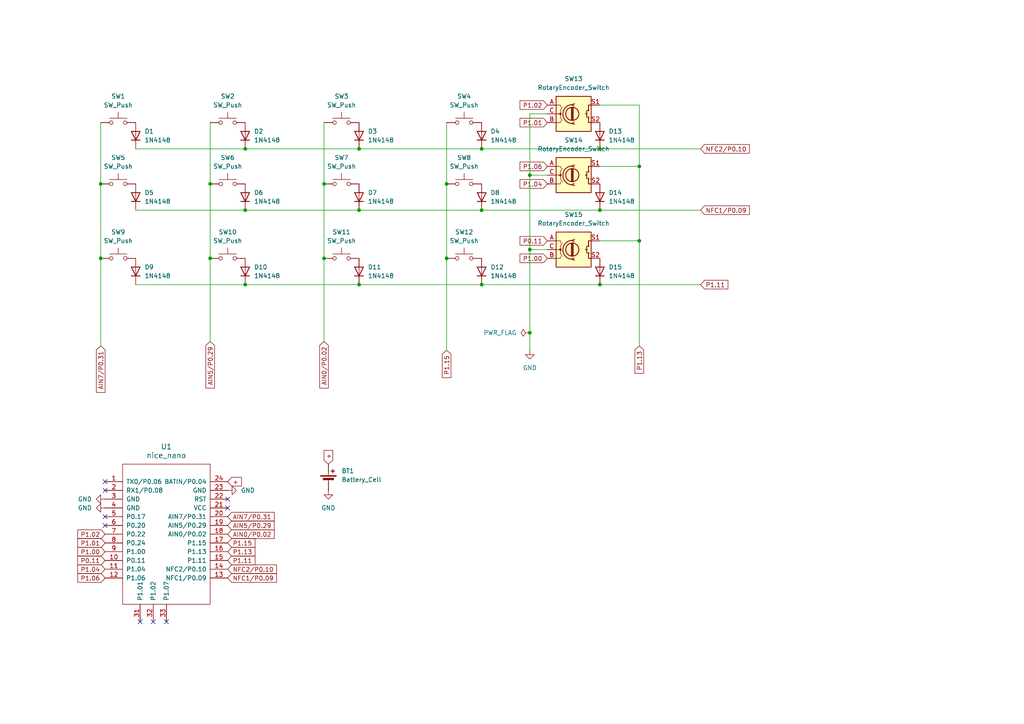
<source format=kicad_sch>
(kicad_sch
	(version 20250114)
	(generator "eeschema")
	(generator_version "9.0")
	(uuid "5d344a75-4a28-4615-91fc-2b16e5ba4a67")
	(paper "A4")
	(lib_symbols
		(symbol "Device:Battery_Cell"
			(pin_numbers
				(hide yes)
			)
			(pin_names
				(offset 0)
				(hide yes)
			)
			(exclude_from_sim no)
			(in_bom yes)
			(on_board yes)
			(property "Reference" "BT"
				(at 2.54 2.54 0)
				(effects
					(font
						(size 1.27 1.27)
					)
					(justify left)
				)
			)
			(property "Value" "Battery_Cell"
				(at 2.54 0 0)
				(effects
					(font
						(size 1.27 1.27)
					)
					(justify left)
				)
			)
			(property "Footprint" ""
				(at 0 1.524 90)
				(effects
					(font
						(size 1.27 1.27)
					)
					(hide yes)
				)
			)
			(property "Datasheet" "~"
				(at 0 1.524 90)
				(effects
					(font
						(size 1.27 1.27)
					)
					(hide yes)
				)
			)
			(property "Description" "Single-cell battery"
				(at 0 0 0)
				(effects
					(font
						(size 1.27 1.27)
					)
					(hide yes)
				)
			)
			(property "ki_keywords" "battery cell"
				(at 0 0 0)
				(effects
					(font
						(size 1.27 1.27)
					)
					(hide yes)
				)
			)
			(symbol "Battery_Cell_0_1"
				(rectangle
					(start -2.286 1.778)
					(end 2.286 1.524)
					(stroke
						(width 0)
						(type default)
					)
					(fill
						(type outline)
					)
				)
				(rectangle
					(start -1.524 1.016)
					(end 1.524 0.508)
					(stroke
						(width 0)
						(type default)
					)
					(fill
						(type outline)
					)
				)
				(polyline
					(pts
						(xy 0 1.778) (xy 0 2.54)
					)
					(stroke
						(width 0)
						(type default)
					)
					(fill
						(type none)
					)
				)
				(polyline
					(pts
						(xy 0 0.762) (xy 0 0)
					)
					(stroke
						(width 0)
						(type default)
					)
					(fill
						(type none)
					)
				)
				(polyline
					(pts
						(xy 0.762 3.048) (xy 1.778 3.048)
					)
					(stroke
						(width 0.254)
						(type default)
					)
					(fill
						(type none)
					)
				)
				(polyline
					(pts
						(xy 1.27 3.556) (xy 1.27 2.54)
					)
					(stroke
						(width 0.254)
						(type default)
					)
					(fill
						(type none)
					)
				)
			)
			(symbol "Battery_Cell_1_1"
				(pin passive line
					(at 0 5.08 270)
					(length 2.54)
					(name "+"
						(effects
							(font
								(size 1.27 1.27)
							)
						)
					)
					(number "1"
						(effects
							(font
								(size 1.27 1.27)
							)
						)
					)
				)
				(pin passive line
					(at 0 -2.54 90)
					(length 2.54)
					(name "-"
						(effects
							(font
								(size 1.27 1.27)
							)
						)
					)
					(number "2"
						(effects
							(font
								(size 1.27 1.27)
							)
						)
					)
				)
			)
			(embedded_fonts no)
		)
		(symbol "Device:RotaryEncoder_Switch"
			(pin_names
				(offset 0.254)
				(hide yes)
			)
			(exclude_from_sim no)
			(in_bom yes)
			(on_board yes)
			(property "Reference" "SW"
				(at 0 6.604 0)
				(effects
					(font
						(size 1.27 1.27)
					)
				)
			)
			(property "Value" "RotaryEncoder_Switch"
				(at 0 -6.604 0)
				(effects
					(font
						(size 1.27 1.27)
					)
				)
			)
			(property "Footprint" ""
				(at -3.81 4.064 0)
				(effects
					(font
						(size 1.27 1.27)
					)
					(hide yes)
				)
			)
			(property "Datasheet" "~"
				(at 0 6.604 0)
				(effects
					(font
						(size 1.27 1.27)
					)
					(hide yes)
				)
			)
			(property "Description" "Rotary encoder, dual channel, incremental quadrate outputs, with switch"
				(at 0 0 0)
				(effects
					(font
						(size 1.27 1.27)
					)
					(hide yes)
				)
			)
			(property "ki_keywords" "rotary switch encoder switch push button"
				(at 0 0 0)
				(effects
					(font
						(size 1.27 1.27)
					)
					(hide yes)
				)
			)
			(property "ki_fp_filters" "RotaryEncoder*Switch*"
				(at 0 0 0)
				(effects
					(font
						(size 1.27 1.27)
					)
					(hide yes)
				)
			)
			(symbol "RotaryEncoder_Switch_0_1"
				(rectangle
					(start -5.08 5.08)
					(end 5.08 -5.08)
					(stroke
						(width 0.254)
						(type default)
					)
					(fill
						(type background)
					)
				)
				(polyline
					(pts
						(xy -5.08 2.54) (xy -3.81 2.54) (xy -3.81 2.032)
					)
					(stroke
						(width 0)
						(type default)
					)
					(fill
						(type none)
					)
				)
				(polyline
					(pts
						(xy -5.08 0) (xy -3.81 0) (xy -3.81 -1.016) (xy -3.302 -2.032)
					)
					(stroke
						(width 0)
						(type default)
					)
					(fill
						(type none)
					)
				)
				(polyline
					(pts
						(xy -5.08 -2.54) (xy -3.81 -2.54) (xy -3.81 -2.032)
					)
					(stroke
						(width 0)
						(type default)
					)
					(fill
						(type none)
					)
				)
				(polyline
					(pts
						(xy -4.318 0) (xy -3.81 0) (xy -3.81 1.016) (xy -3.302 2.032)
					)
					(stroke
						(width 0)
						(type default)
					)
					(fill
						(type none)
					)
				)
				(circle
					(center -3.81 0)
					(radius 0.254)
					(stroke
						(width 0)
						(type default)
					)
					(fill
						(type outline)
					)
				)
				(polyline
					(pts
						(xy -0.635 -1.778) (xy -0.635 1.778)
					)
					(stroke
						(width 0.254)
						(type default)
					)
					(fill
						(type none)
					)
				)
				(circle
					(center -0.381 0)
					(radius 1.905)
					(stroke
						(width 0.254)
						(type default)
					)
					(fill
						(type none)
					)
				)
				(polyline
					(pts
						(xy -0.381 -1.778) (xy -0.381 1.778)
					)
					(stroke
						(width 0.254)
						(type default)
					)
					(fill
						(type none)
					)
				)
				(arc
					(start -0.381 -2.794)
					(mid -3.0988 -0.0635)
					(end -0.381 2.667)
					(stroke
						(width 0.254)
						(type default)
					)
					(fill
						(type none)
					)
				)
				(polyline
					(pts
						(xy -0.127 1.778) (xy -0.127 -1.778)
					)
					(stroke
						(width 0.254)
						(type default)
					)
					(fill
						(type none)
					)
				)
				(polyline
					(pts
						(xy 0.254 2.921) (xy -0.508 2.667) (xy 0.127 2.286)
					)
					(stroke
						(width 0.254)
						(type default)
					)
					(fill
						(type none)
					)
				)
				(polyline
					(pts
						(xy 0.254 -3.048) (xy -0.508 -2.794) (xy 0.127 -2.413)
					)
					(stroke
						(width 0.254)
						(type default)
					)
					(fill
						(type none)
					)
				)
				(polyline
					(pts
						(xy 3.81 1.016) (xy 3.81 -1.016)
					)
					(stroke
						(width 0.254)
						(type default)
					)
					(fill
						(type none)
					)
				)
				(polyline
					(pts
						(xy 3.81 0) (xy 3.429 0)
					)
					(stroke
						(width 0.254)
						(type default)
					)
					(fill
						(type none)
					)
				)
				(circle
					(center 4.318 1.016)
					(radius 0.127)
					(stroke
						(width 0.254)
						(type default)
					)
					(fill
						(type none)
					)
				)
				(circle
					(center 4.318 -1.016)
					(radius 0.127)
					(stroke
						(width 0.254)
						(type default)
					)
					(fill
						(type none)
					)
				)
				(polyline
					(pts
						(xy 5.08 2.54) (xy 4.318 2.54) (xy 4.318 1.016)
					)
					(stroke
						(width 0.254)
						(type default)
					)
					(fill
						(type none)
					)
				)
				(polyline
					(pts
						(xy 5.08 -2.54) (xy 4.318 -2.54) (xy 4.318 -1.016)
					)
					(stroke
						(width 0.254)
						(type default)
					)
					(fill
						(type none)
					)
				)
			)
			(symbol "RotaryEncoder_Switch_1_1"
				(pin passive line
					(at -7.62 2.54 0)
					(length 2.54)
					(name "A"
						(effects
							(font
								(size 1.27 1.27)
							)
						)
					)
					(number "A"
						(effects
							(font
								(size 1.27 1.27)
							)
						)
					)
				)
				(pin passive line
					(at -7.62 0 0)
					(length 2.54)
					(name "C"
						(effects
							(font
								(size 1.27 1.27)
							)
						)
					)
					(number "C"
						(effects
							(font
								(size 1.27 1.27)
							)
						)
					)
				)
				(pin passive line
					(at -7.62 -2.54 0)
					(length 2.54)
					(name "B"
						(effects
							(font
								(size 1.27 1.27)
							)
						)
					)
					(number "B"
						(effects
							(font
								(size 1.27 1.27)
							)
						)
					)
				)
				(pin passive line
					(at 7.62 2.54 180)
					(length 2.54)
					(name "S1"
						(effects
							(font
								(size 1.27 1.27)
							)
						)
					)
					(number "S1"
						(effects
							(font
								(size 1.27 1.27)
							)
						)
					)
				)
				(pin passive line
					(at 7.62 -2.54 180)
					(length 2.54)
					(name "S2"
						(effects
							(font
								(size 1.27 1.27)
							)
						)
					)
					(number "S2"
						(effects
							(font
								(size 1.27 1.27)
							)
						)
					)
				)
			)
			(embedded_fonts no)
		)
		(symbol "Diode:1N4148"
			(pin_numbers
				(hide yes)
			)
			(pin_names
				(hide yes)
			)
			(exclude_from_sim no)
			(in_bom yes)
			(on_board yes)
			(property "Reference" "D"
				(at 0 2.54 0)
				(effects
					(font
						(size 1.27 1.27)
					)
				)
			)
			(property "Value" "1N4148"
				(at 0 -2.54 0)
				(effects
					(font
						(size 1.27 1.27)
					)
				)
			)
			(property "Footprint" "Diode_THT:D_DO-35_SOD27_P7.62mm_Horizontal"
				(at 0 0 0)
				(effects
					(font
						(size 1.27 1.27)
					)
					(hide yes)
				)
			)
			(property "Datasheet" "https://assets.nexperia.com/documents/data-sheet/1N4148_1N4448.pdf"
				(at 0 0 0)
				(effects
					(font
						(size 1.27 1.27)
					)
					(hide yes)
				)
			)
			(property "Description" "100V 0.15A standard switching diode, DO-35"
				(at 0 0 0)
				(effects
					(font
						(size 1.27 1.27)
					)
					(hide yes)
				)
			)
			(property "Sim.Device" "D"
				(at 0 0 0)
				(effects
					(font
						(size 1.27 1.27)
					)
					(hide yes)
				)
			)
			(property "Sim.Pins" "1=K 2=A"
				(at 0 0 0)
				(effects
					(font
						(size 1.27 1.27)
					)
					(hide yes)
				)
			)
			(property "ki_keywords" "diode"
				(at 0 0 0)
				(effects
					(font
						(size 1.27 1.27)
					)
					(hide yes)
				)
			)
			(property "ki_fp_filters" "D*DO?35*"
				(at 0 0 0)
				(effects
					(font
						(size 1.27 1.27)
					)
					(hide yes)
				)
			)
			(symbol "1N4148_0_1"
				(polyline
					(pts
						(xy -1.27 1.27) (xy -1.27 -1.27)
					)
					(stroke
						(width 0.254)
						(type default)
					)
					(fill
						(type none)
					)
				)
				(polyline
					(pts
						(xy 1.27 1.27) (xy 1.27 -1.27) (xy -1.27 0) (xy 1.27 1.27)
					)
					(stroke
						(width 0.254)
						(type default)
					)
					(fill
						(type none)
					)
				)
				(polyline
					(pts
						(xy 1.27 0) (xy -1.27 0)
					)
					(stroke
						(width 0)
						(type default)
					)
					(fill
						(type none)
					)
				)
			)
			(symbol "1N4148_1_1"
				(pin passive line
					(at -3.81 0 0)
					(length 2.54)
					(name "K"
						(effects
							(font
								(size 1.27 1.27)
							)
						)
					)
					(number "1"
						(effects
							(font
								(size 1.27 1.27)
							)
						)
					)
				)
				(pin passive line
					(at 3.81 0 180)
					(length 2.54)
					(name "A"
						(effects
							(font
								(size 1.27 1.27)
							)
						)
					)
					(number "2"
						(effects
							(font
								(size 1.27 1.27)
							)
						)
					)
				)
			)
			(embedded_fonts no)
		)
		(symbol "Switch:SW_Push"
			(pin_numbers
				(hide yes)
			)
			(pin_names
				(offset 1.016)
				(hide yes)
			)
			(exclude_from_sim no)
			(in_bom yes)
			(on_board yes)
			(property "Reference" "SW"
				(at 1.27 2.54 0)
				(effects
					(font
						(size 1.27 1.27)
					)
					(justify left)
				)
			)
			(property "Value" "SW_Push"
				(at 0 -1.524 0)
				(effects
					(font
						(size 1.27 1.27)
					)
				)
			)
			(property "Footprint" ""
				(at 0 5.08 0)
				(effects
					(font
						(size 1.27 1.27)
					)
					(hide yes)
				)
			)
			(property "Datasheet" "~"
				(at 0 5.08 0)
				(effects
					(font
						(size 1.27 1.27)
					)
					(hide yes)
				)
			)
			(property "Description" "Push button switch, generic, two pins"
				(at 0 0 0)
				(effects
					(font
						(size 1.27 1.27)
					)
					(hide yes)
				)
			)
			(property "ki_keywords" "switch normally-open pushbutton push-button"
				(at 0 0 0)
				(effects
					(font
						(size 1.27 1.27)
					)
					(hide yes)
				)
			)
			(symbol "SW_Push_0_1"
				(circle
					(center -2.032 0)
					(radius 0.508)
					(stroke
						(width 0)
						(type default)
					)
					(fill
						(type none)
					)
				)
				(polyline
					(pts
						(xy 0 1.27) (xy 0 3.048)
					)
					(stroke
						(width 0)
						(type default)
					)
					(fill
						(type none)
					)
				)
				(circle
					(center 2.032 0)
					(radius 0.508)
					(stroke
						(width 0)
						(type default)
					)
					(fill
						(type none)
					)
				)
				(polyline
					(pts
						(xy 2.54 1.27) (xy -2.54 1.27)
					)
					(stroke
						(width 0)
						(type default)
					)
					(fill
						(type none)
					)
				)
				(pin passive line
					(at -5.08 0 0)
					(length 2.54)
					(name "1"
						(effects
							(font
								(size 1.27 1.27)
							)
						)
					)
					(number "1"
						(effects
							(font
								(size 1.27 1.27)
							)
						)
					)
				)
				(pin passive line
					(at 5.08 0 180)
					(length 2.54)
					(name "2"
						(effects
							(font
								(size 1.27 1.27)
							)
						)
					)
					(number "2"
						(effects
							(font
								(size 1.27 1.27)
							)
						)
					)
				)
			)
			(embedded_fonts no)
		)
		(symbol "nice_nano:nice_nano"
			(pin_names
				(offset 1.016)
			)
			(exclude_from_sim no)
			(in_bom yes)
			(on_board yes)
			(property "Reference" "U"
				(at 0 0 0)
				(effects
					(font
						(size 1.524 1.524)
					)
				)
			)
			(property "Value" "nice_nano"
				(at 0 2.54 0)
				(effects
					(font
						(size 1.524 1.524)
					)
				)
			)
			(property "Footprint" ""
				(at 26.67 -63.5 90)
				(effects
					(font
						(size 1.524 1.524)
					)
					(hide yes)
				)
			)
			(property "Datasheet" ""
				(at 26.67 -63.5 90)
				(effects
					(font
						(size 1.524 1.524)
					)
					(hide yes)
				)
			)
			(property "Description" ""
				(at 0 0 0)
				(effects
					(font
						(size 1.27 1.27)
					)
					(hide yes)
				)
			)
			(symbol "nice_nano_0_1"
				(rectangle
					(start -12.7 -21.59)
					(end 12.7 19.05)
					(stroke
						(width 0)
						(type solid)
					)
					(fill
						(type none)
					)
				)
			)
			(symbol "nice_nano_1_1"
				(pin input line
					(at -17.78 13.97 0)
					(length 5.08)
					(name "TX0/P0.06"
						(effects
							(font
								(size 1.27 1.27)
							)
						)
					)
					(number "1"
						(effects
							(font
								(size 1.27 1.27)
							)
						)
					)
				)
				(pin input line
					(at -17.78 11.43 0)
					(length 5.08)
					(name "RX1/P0.08"
						(effects
							(font
								(size 1.27 1.27)
							)
						)
					)
					(number "2"
						(effects
							(font
								(size 1.27 1.27)
							)
						)
					)
				)
				(pin input line
					(at -17.78 8.89 0)
					(length 5.08)
					(name "GND"
						(effects
							(font
								(size 1.27 1.27)
							)
						)
					)
					(number "3"
						(effects
							(font
								(size 1.27 1.27)
							)
						)
					)
				)
				(pin input line
					(at -17.78 6.35 0)
					(length 5.08)
					(name "GND"
						(effects
							(font
								(size 1.27 1.27)
							)
						)
					)
					(number "4"
						(effects
							(font
								(size 1.27 1.27)
							)
						)
					)
				)
				(pin input line
					(at -17.78 3.81 0)
					(length 5.08)
					(name "P0.17"
						(effects
							(font
								(size 1.27 1.27)
							)
						)
					)
					(number "5"
						(effects
							(font
								(size 1.27 1.27)
							)
						)
					)
				)
				(pin input line
					(at -17.78 1.27 0)
					(length 5.08)
					(name "P0.20"
						(effects
							(font
								(size 1.27 1.27)
							)
						)
					)
					(number "6"
						(effects
							(font
								(size 1.27 1.27)
							)
						)
					)
				)
				(pin input line
					(at -17.78 -1.27 0)
					(length 5.08)
					(name "P0.22"
						(effects
							(font
								(size 1.27 1.27)
							)
						)
					)
					(number "7"
						(effects
							(font
								(size 1.27 1.27)
							)
						)
					)
				)
				(pin input line
					(at -17.78 -3.81 0)
					(length 5.08)
					(name "P0.24"
						(effects
							(font
								(size 1.27 1.27)
							)
						)
					)
					(number "8"
						(effects
							(font
								(size 1.27 1.27)
							)
						)
					)
				)
				(pin input line
					(at -17.78 -6.35 0)
					(length 5.08)
					(name "P1.00"
						(effects
							(font
								(size 1.27 1.27)
							)
						)
					)
					(number "9"
						(effects
							(font
								(size 1.27 1.27)
							)
						)
					)
				)
				(pin input line
					(at -17.78 -8.89 0)
					(length 5.08)
					(name "P0.11"
						(effects
							(font
								(size 1.27 1.27)
							)
						)
					)
					(number "10"
						(effects
							(font
								(size 1.27 1.27)
							)
						)
					)
				)
				(pin input line
					(at -17.78 -11.43 0)
					(length 5.08)
					(name "P1.04"
						(effects
							(font
								(size 1.27 1.27)
							)
						)
					)
					(number "11"
						(effects
							(font
								(size 1.27 1.27)
							)
						)
					)
				)
				(pin input line
					(at -17.78 -13.97 0)
					(length 5.08)
					(name "P1.06"
						(effects
							(font
								(size 1.27 1.27)
							)
						)
					)
					(number "12"
						(effects
							(font
								(size 1.27 1.27)
							)
						)
					)
				)
				(pin input line
					(at -7.62 -26.67 90)
					(length 5.08)
					(name "P1.01"
						(effects
							(font
								(size 1.27 1.27)
							)
						)
					)
					(number "31"
						(effects
							(font
								(size 1.27 1.27)
							)
						)
					)
				)
				(pin input line
					(at -3.81 -26.67 90)
					(length 5.08)
					(name "P1.02"
						(effects
							(font
								(size 1.27 1.27)
							)
						)
					)
					(number "32"
						(effects
							(font
								(size 1.27 1.27)
							)
						)
					)
				)
				(pin input line
					(at 0 -26.67 90)
					(length 5.08)
					(name "P1.07"
						(effects
							(font
								(size 1.27 1.27)
							)
						)
					)
					(number "33"
						(effects
							(font
								(size 1.27 1.27)
							)
						)
					)
				)
				(pin input line
					(at 17.78 13.97 180)
					(length 5.08)
					(name "BATIN/P0.04"
						(effects
							(font
								(size 1.27 1.27)
							)
						)
					)
					(number "24"
						(effects
							(font
								(size 1.27 1.27)
							)
						)
					)
				)
				(pin input line
					(at 17.78 11.43 180)
					(length 5.08)
					(name "GND"
						(effects
							(font
								(size 1.27 1.27)
							)
						)
					)
					(number "23"
						(effects
							(font
								(size 1.27 1.27)
							)
						)
					)
				)
				(pin input line
					(at 17.78 8.89 180)
					(length 5.08)
					(name "RST"
						(effects
							(font
								(size 1.27 1.27)
							)
						)
					)
					(number "22"
						(effects
							(font
								(size 1.27 1.27)
							)
						)
					)
				)
				(pin input line
					(at 17.78 6.35 180)
					(length 5.08)
					(name "VCC"
						(effects
							(font
								(size 1.27 1.27)
							)
						)
					)
					(number "21"
						(effects
							(font
								(size 1.27 1.27)
							)
						)
					)
				)
				(pin input line
					(at 17.78 3.81 180)
					(length 5.08)
					(name "AIN7/P0.31"
						(effects
							(font
								(size 1.27 1.27)
							)
						)
					)
					(number "20"
						(effects
							(font
								(size 1.27 1.27)
							)
						)
					)
				)
				(pin input line
					(at 17.78 1.27 180)
					(length 5.08)
					(name "AIN5/P0.29"
						(effects
							(font
								(size 1.27 1.27)
							)
						)
					)
					(number "19"
						(effects
							(font
								(size 1.27 1.27)
							)
						)
					)
				)
				(pin input line
					(at 17.78 -1.27 180)
					(length 5.08)
					(name "AIN0/P0.02"
						(effects
							(font
								(size 1.27 1.27)
							)
						)
					)
					(number "18"
						(effects
							(font
								(size 1.27 1.27)
							)
						)
					)
				)
				(pin input line
					(at 17.78 -3.81 180)
					(length 5.08)
					(name "P1.15"
						(effects
							(font
								(size 1.27 1.27)
							)
						)
					)
					(number "17"
						(effects
							(font
								(size 1.27 1.27)
							)
						)
					)
				)
				(pin input line
					(at 17.78 -6.35 180)
					(length 5.08)
					(name "P1.13"
						(effects
							(font
								(size 1.27 1.27)
							)
						)
					)
					(number "16"
						(effects
							(font
								(size 1.27 1.27)
							)
						)
					)
				)
				(pin input line
					(at 17.78 -8.89 180)
					(length 5.08)
					(name "P1.11"
						(effects
							(font
								(size 1.27 1.27)
							)
						)
					)
					(number "15"
						(effects
							(font
								(size 1.27 1.27)
							)
						)
					)
				)
				(pin input line
					(at 17.78 -11.43 180)
					(length 5.08)
					(name "NFC2/P0.10"
						(effects
							(font
								(size 1.27 1.27)
							)
						)
					)
					(number "14"
						(effects
							(font
								(size 1.27 1.27)
							)
						)
					)
				)
				(pin input line
					(at 17.78 -13.97 180)
					(length 5.08)
					(name "NFC1/P0.09"
						(effects
							(font
								(size 1.27 1.27)
							)
						)
					)
					(number "13"
						(effects
							(font
								(size 1.27 1.27)
							)
						)
					)
				)
			)
			(embedded_fonts no)
		)
		(symbol "power:GND"
			(power)
			(pin_numbers
				(hide yes)
			)
			(pin_names
				(offset 0)
				(hide yes)
			)
			(exclude_from_sim no)
			(in_bom yes)
			(on_board yes)
			(property "Reference" "#PWR"
				(at 0 -6.35 0)
				(effects
					(font
						(size 1.27 1.27)
					)
					(hide yes)
				)
			)
			(property "Value" "GND"
				(at 0 -3.81 0)
				(effects
					(font
						(size 1.27 1.27)
					)
				)
			)
			(property "Footprint" ""
				(at 0 0 0)
				(effects
					(font
						(size 1.27 1.27)
					)
					(hide yes)
				)
			)
			(property "Datasheet" ""
				(at 0 0 0)
				(effects
					(font
						(size 1.27 1.27)
					)
					(hide yes)
				)
			)
			(property "Description" "Power symbol creates a global label with name \"GND\" , ground"
				(at 0 0 0)
				(effects
					(font
						(size 1.27 1.27)
					)
					(hide yes)
				)
			)
			(property "ki_keywords" "global power"
				(at 0 0 0)
				(effects
					(font
						(size 1.27 1.27)
					)
					(hide yes)
				)
			)
			(symbol "GND_0_1"
				(polyline
					(pts
						(xy 0 0) (xy 0 -1.27) (xy 1.27 -1.27) (xy 0 -2.54) (xy -1.27 -1.27) (xy 0 -1.27)
					)
					(stroke
						(width 0)
						(type default)
					)
					(fill
						(type none)
					)
				)
			)
			(symbol "GND_1_1"
				(pin power_in line
					(at 0 0 270)
					(length 0)
					(name "~"
						(effects
							(font
								(size 1.27 1.27)
							)
						)
					)
					(number "1"
						(effects
							(font
								(size 1.27 1.27)
							)
						)
					)
				)
			)
			(embedded_fonts no)
		)
		(symbol "power:PWR_FLAG"
			(power)
			(pin_numbers
				(hide yes)
			)
			(pin_names
				(offset 0)
				(hide yes)
			)
			(exclude_from_sim no)
			(in_bom yes)
			(on_board yes)
			(property "Reference" "#FLG"
				(at 0 1.905 0)
				(effects
					(font
						(size 1.27 1.27)
					)
					(hide yes)
				)
			)
			(property "Value" "PWR_FLAG"
				(at 0 3.81 0)
				(effects
					(font
						(size 1.27 1.27)
					)
				)
			)
			(property "Footprint" ""
				(at 0 0 0)
				(effects
					(font
						(size 1.27 1.27)
					)
					(hide yes)
				)
			)
			(property "Datasheet" "~"
				(at 0 0 0)
				(effects
					(font
						(size 1.27 1.27)
					)
					(hide yes)
				)
			)
			(property "Description" "Special symbol for telling ERC where power comes from"
				(at 0 0 0)
				(effects
					(font
						(size 1.27 1.27)
					)
					(hide yes)
				)
			)
			(property "ki_keywords" "flag power"
				(at 0 0 0)
				(effects
					(font
						(size 1.27 1.27)
					)
					(hide yes)
				)
			)
			(symbol "PWR_FLAG_0_0"
				(pin power_out line
					(at 0 0 90)
					(length 0)
					(name "~"
						(effects
							(font
								(size 1.27 1.27)
							)
						)
					)
					(number "1"
						(effects
							(font
								(size 1.27 1.27)
							)
						)
					)
				)
			)
			(symbol "PWR_FLAG_0_1"
				(polyline
					(pts
						(xy 0 0) (xy 0 1.27) (xy -1.016 1.905) (xy 0 2.54) (xy 1.016 1.905) (xy 0 1.27)
					)
					(stroke
						(width 0)
						(type default)
					)
					(fill
						(type none)
					)
				)
			)
			(embedded_fonts no)
		)
	)
	(junction
		(at 71.12 43.18)
		(diameter 0)
		(color 0 0 0 0)
		(uuid "11ae6cba-41eb-4026-a666-c80d99d1fbfa")
	)
	(junction
		(at 153.67 72.39)
		(diameter 0)
		(color 0 0 0 0)
		(uuid "1684cc18-129b-488a-9bac-82dc1d005480")
	)
	(junction
		(at 173.99 82.55)
		(diameter 0)
		(color 0 0 0 0)
		(uuid "18b9d21b-fcf6-4727-9112-c1b78b0b72ea")
	)
	(junction
		(at 153.67 50.8)
		(diameter 0)
		(color 0 0 0 0)
		(uuid "19ff13b9-11d7-49c5-957d-c3947d5b987c")
	)
	(junction
		(at 173.99 43.18)
		(diameter 0)
		(color 0 0 0 0)
		(uuid "2462387b-a86e-4428-907c-7e212b293f0c")
	)
	(junction
		(at 185.42 69.85)
		(diameter 0)
		(color 0 0 0 0)
		(uuid "24ebed18-b6df-496c-84bb-1fb7c6c2ac9b")
	)
	(junction
		(at 139.7 43.18)
		(diameter 0)
		(color 0 0 0 0)
		(uuid "2c707add-7c16-44b9-a454-f61555926214")
	)
	(junction
		(at 153.67 96.52)
		(diameter 0)
		(color 0 0 0 0)
		(uuid "2c9dcad0-7846-40d9-acc2-3559f683f1e1")
	)
	(junction
		(at 185.42 48.26)
		(diameter 0)
		(color 0 0 0 0)
		(uuid "34abdd33-4589-45a4-8a20-176868953727")
	)
	(junction
		(at 60.96 74.93)
		(diameter 0)
		(color 0 0 0 0)
		(uuid "3682a9f4-d3a4-4a1a-9dd0-be3d82d0eab1")
	)
	(junction
		(at 29.21 53.34)
		(diameter 0)
		(color 0 0 0 0)
		(uuid "43efcbfe-6e95-4ff2-b8f9-3f83fbaed8ba")
	)
	(junction
		(at 60.96 53.34)
		(diameter 0)
		(color 0 0 0 0)
		(uuid "4be26b76-4e60-4258-a545-d922bc88d6c5")
	)
	(junction
		(at 93.98 53.34)
		(diameter 0)
		(color 0 0 0 0)
		(uuid "5dd4e5d7-8bb5-4498-a8b7-71c41401c08a")
	)
	(junction
		(at 129.54 53.34)
		(diameter 0)
		(color 0 0 0 0)
		(uuid "6088626e-aca4-479d-a5ae-3b14c06c872b")
	)
	(junction
		(at 71.12 82.55)
		(diameter 0)
		(color 0 0 0 0)
		(uuid "63fb4b63-4b4b-45dc-b495-22f89a8b0c13")
	)
	(junction
		(at 104.14 43.18)
		(diameter 0)
		(color 0 0 0 0)
		(uuid "744b9bef-c334-4202-ac2e-fbdb4a8b0393")
	)
	(junction
		(at 93.98 74.93)
		(diameter 0)
		(color 0 0 0 0)
		(uuid "79f2900e-fada-46d8-9ec0-4691998cf8b1")
	)
	(junction
		(at 71.12 60.96)
		(diameter 0)
		(color 0 0 0 0)
		(uuid "7f724a0d-7316-4e11-8b6a-ae969aa4c1d0")
	)
	(junction
		(at 104.14 60.96)
		(diameter 0)
		(color 0 0 0 0)
		(uuid "87dadee9-6e80-42c5-a63e-c69da31ef4ae")
	)
	(junction
		(at 139.7 60.96)
		(diameter 0)
		(color 0 0 0 0)
		(uuid "ad917ef9-c366-4135-8eb5-f80a3697f41b")
	)
	(junction
		(at 139.7 82.55)
		(diameter 0)
		(color 0 0 0 0)
		(uuid "b0b8361b-1337-48b3-acf7-a7336074adae")
	)
	(junction
		(at 29.21 74.93)
		(diameter 0)
		(color 0 0 0 0)
		(uuid "d1559862-22e0-48af-bbfa-b33e4ad71490")
	)
	(junction
		(at 129.54 74.93)
		(diameter 0)
		(color 0 0 0 0)
		(uuid "de36190f-2261-44bc-ba12-b7be73baefef")
	)
	(junction
		(at 173.99 60.96)
		(diameter 0)
		(color 0 0 0 0)
		(uuid "e0b9afb7-0abf-433a-b9ba-bdf8baf1eb72")
	)
	(junction
		(at 104.14 82.55)
		(diameter 0)
		(color 0 0 0 0)
		(uuid "eaa1885c-fc1c-499c-b52c-536fd82ad4b9")
	)
	(no_connect
		(at 66.04 144.78)
		(uuid "03e019e5-92c7-471c-a38e-ef3e5ac6ac31")
	)
	(no_connect
		(at 30.48 152.4)
		(uuid "4a041e35-0ca3-4eb3-865b-26e4a67f5cea")
	)
	(no_connect
		(at 48.26 180.34)
		(uuid "77bc5da0-199d-4750-9691-83030f30ab72")
	)
	(no_connect
		(at 30.48 142.24)
		(uuid "8d5d13cf-b914-4dc4-bfa5-dc363356aa1a")
	)
	(no_connect
		(at 30.48 139.7)
		(uuid "8e6542df-b41b-4521-b395-9bec9b23519c")
	)
	(no_connect
		(at 40.64 180.34)
		(uuid "d44e1a14-7690-4e2d-9f73-2eb0e49ba110")
	)
	(no_connect
		(at 30.48 149.86)
		(uuid "d764fa44-4436-4d6c-a330-bebacbd13c46")
	)
	(no_connect
		(at 66.04 147.32)
		(uuid "e5027a97-ce2a-4797-afca-2de800c62c0f")
	)
	(no_connect
		(at 44.45 180.34)
		(uuid "f5a5fb99-9614-4b39-87b2-7e7df6a5ec5a")
	)
	(wire
		(pts
			(xy 104.14 82.55) (xy 139.7 82.55)
		)
		(stroke
			(width 0)
			(type default)
		)
		(uuid "04430008-d15a-44ba-95b0-e95fc128b674")
	)
	(wire
		(pts
			(xy 185.42 30.48) (xy 185.42 48.26)
		)
		(stroke
			(width 0)
			(type default)
		)
		(uuid "0fbf7759-9abf-40fb-ae69-9f6b70d67f81")
	)
	(wire
		(pts
			(xy 60.96 35.56) (xy 60.96 53.34)
		)
		(stroke
			(width 0)
			(type default)
		)
		(uuid "153f3b08-a24e-49ba-b94b-3640877cc7d9")
	)
	(wire
		(pts
			(xy 71.12 60.96) (xy 104.14 60.96)
		)
		(stroke
			(width 0)
			(type default)
		)
		(uuid "2052a738-9c21-484a-8d1e-17b6b9b71200")
	)
	(wire
		(pts
			(xy 39.37 82.55) (xy 71.12 82.55)
		)
		(stroke
			(width 0)
			(type default)
		)
		(uuid "2c9844dd-8b0f-41e1-8352-ca46929dcca8")
	)
	(wire
		(pts
			(xy 129.54 74.93) (xy 129.54 101.6)
		)
		(stroke
			(width 0)
			(type default)
		)
		(uuid "33248230-fe93-455d-b815-17d188cf9060")
	)
	(wire
		(pts
			(xy 39.37 43.18) (xy 71.12 43.18)
		)
		(stroke
			(width 0)
			(type default)
		)
		(uuid "35924d38-fca4-4a8f-b24a-cfea36d85dae")
	)
	(wire
		(pts
			(xy 104.14 60.96) (xy 139.7 60.96)
		)
		(stroke
			(width 0)
			(type default)
		)
		(uuid "4375488a-b403-416f-bf66-5710b8eaa611")
	)
	(wire
		(pts
			(xy 29.21 74.93) (xy 29.21 100.33)
		)
		(stroke
			(width 0)
			(type default)
		)
		(uuid "43c16a30-054e-4144-8df1-c4583f96ef7b")
	)
	(wire
		(pts
			(xy 129.54 53.34) (xy 129.54 74.93)
		)
		(stroke
			(width 0)
			(type default)
		)
		(uuid "45b79463-9747-4353-8c76-cb177dfb172e")
	)
	(wire
		(pts
			(xy 173.99 82.55) (xy 203.2 82.55)
		)
		(stroke
			(width 0)
			(type default)
		)
		(uuid "475cf682-1e9c-4fe0-8309-6bac49a62dee")
	)
	(wire
		(pts
			(xy 129.54 35.56) (xy 129.54 53.34)
		)
		(stroke
			(width 0)
			(type default)
		)
		(uuid "4c3e7399-fb0c-4668-95fe-b32147a3a41e")
	)
	(wire
		(pts
			(xy 185.42 69.85) (xy 185.42 100.33)
		)
		(stroke
			(width 0)
			(type default)
		)
		(uuid "4d4530c0-e9e8-4f31-9523-ea5b04e53825")
	)
	(wire
		(pts
			(xy 158.75 50.8) (xy 153.67 50.8)
		)
		(stroke
			(width 0)
			(type default)
		)
		(uuid "54d0227b-4091-4a33-93e5-abb197c48edf")
	)
	(wire
		(pts
			(xy 173.99 43.18) (xy 203.2 43.18)
		)
		(stroke
			(width 0)
			(type default)
		)
		(uuid "5965cc87-ba21-4306-9cfd-91614c0aea58")
	)
	(wire
		(pts
			(xy 158.75 72.39) (xy 153.67 72.39)
		)
		(stroke
			(width 0)
			(type default)
		)
		(uuid "6ee815c5-fdf9-4af8-ba45-d8ecb0e3c91b")
	)
	(wire
		(pts
			(xy 29.21 53.34) (xy 29.21 74.93)
		)
		(stroke
			(width 0)
			(type default)
		)
		(uuid "6ef25d90-a6da-4cc7-a6a3-90029c331498")
	)
	(wire
		(pts
			(xy 71.12 82.55) (xy 104.14 82.55)
		)
		(stroke
			(width 0)
			(type default)
		)
		(uuid "7121cf31-8c1e-492c-8cfd-71deaf566025")
	)
	(wire
		(pts
			(xy 60.96 53.34) (xy 60.96 74.93)
		)
		(stroke
			(width 0)
			(type default)
		)
		(uuid "739a80d7-d2d5-44e7-ac6a-5f59ed92826b")
	)
	(wire
		(pts
			(xy 173.99 48.26) (xy 185.42 48.26)
		)
		(stroke
			(width 0)
			(type default)
		)
		(uuid "750d030b-f8dd-47dc-94cf-103d6e66d775")
	)
	(wire
		(pts
			(xy 60.96 74.93) (xy 60.96 99.06)
		)
		(stroke
			(width 0)
			(type default)
		)
		(uuid "84e2f6d2-7656-437d-95f8-b7986ee14256")
	)
	(wire
		(pts
			(xy 104.14 43.18) (xy 139.7 43.18)
		)
		(stroke
			(width 0)
			(type default)
		)
		(uuid "84ec6231-e929-434f-ae54-e02129b9d261")
	)
	(wire
		(pts
			(xy 93.98 35.56) (xy 93.98 53.34)
		)
		(stroke
			(width 0)
			(type default)
		)
		(uuid "937e5bec-4fe4-40a7-83be-aeb0f309fbeb")
	)
	(wire
		(pts
			(xy 153.67 72.39) (xy 153.67 96.52)
		)
		(stroke
			(width 0)
			(type default)
		)
		(uuid "968ba732-571c-4bdd-bdb0-d9c8ef4c2ecd")
	)
	(wire
		(pts
			(xy 153.67 50.8) (xy 153.67 72.39)
		)
		(stroke
			(width 0)
			(type default)
		)
		(uuid "9cb62426-50d9-4c78-b5fa-2cdb59f142db")
	)
	(wire
		(pts
			(xy 173.99 30.48) (xy 185.42 30.48)
		)
		(stroke
			(width 0)
			(type default)
		)
		(uuid "9fb38a45-6c36-4b72-8bc1-06faed2879e7")
	)
	(wire
		(pts
			(xy 29.21 35.56) (xy 29.21 53.34)
		)
		(stroke
			(width 0)
			(type default)
		)
		(uuid "a048616b-71df-4c78-8737-28d887776cf2")
	)
	(wire
		(pts
			(xy 93.98 53.34) (xy 93.98 74.93)
		)
		(stroke
			(width 0)
			(type default)
		)
		(uuid "a4836209-6107-4307-8de1-26dc756b9922")
	)
	(wire
		(pts
			(xy 93.98 74.93) (xy 93.98 99.06)
		)
		(stroke
			(width 0)
			(type default)
		)
		(uuid "b173934a-229d-486b-91e7-3d0faff11b73")
	)
	(wire
		(pts
			(xy 173.99 69.85) (xy 185.42 69.85)
		)
		(stroke
			(width 0)
			(type default)
		)
		(uuid "b358e5f7-564e-4157-9c92-3f60e87f8d4d")
	)
	(wire
		(pts
			(xy 139.7 43.18) (xy 173.99 43.18)
		)
		(stroke
			(width 0)
			(type default)
		)
		(uuid "c1c44c18-711e-412a-97dd-a4c6b5b1566f")
	)
	(wire
		(pts
			(xy 158.75 33.02) (xy 153.67 33.02)
		)
		(stroke
			(width 0)
			(type default)
		)
		(uuid "c2e6dd05-bd4d-4678-b1e5-8e9ca28d83e9")
	)
	(wire
		(pts
			(xy 39.37 60.96) (xy 71.12 60.96)
		)
		(stroke
			(width 0)
			(type default)
		)
		(uuid "c7961466-77aa-4059-878f-ed90480f1671")
	)
	(wire
		(pts
			(xy 139.7 82.55) (xy 173.99 82.55)
		)
		(stroke
			(width 0)
			(type default)
		)
		(uuid "c8f4ad29-8251-4be3-99d4-5dc311684c13")
	)
	(wire
		(pts
			(xy 153.67 96.52) (xy 153.67 101.6)
		)
		(stroke
			(width 0)
			(type default)
		)
		(uuid "c937046a-2d4c-47e7-bf23-6c7f4a594eed")
	)
	(wire
		(pts
			(xy 153.67 33.02) (xy 153.67 50.8)
		)
		(stroke
			(width 0)
			(type default)
		)
		(uuid "d109171a-2f43-431a-8f61-7dfe5bf91b46")
	)
	(wire
		(pts
			(xy 139.7 60.96) (xy 173.99 60.96)
		)
		(stroke
			(width 0)
			(type default)
		)
		(uuid "f2f5d118-e5c1-4cd1-b980-ef065c00277a")
	)
	(wire
		(pts
			(xy 185.42 48.26) (xy 185.42 69.85)
		)
		(stroke
			(width 0)
			(type default)
		)
		(uuid "f6e629ff-6dcb-4c6b-a055-fd5c1c5e9189")
	)
	(wire
		(pts
			(xy 173.99 60.96) (xy 203.2 60.96)
		)
		(stroke
			(width 0)
			(type default)
		)
		(uuid "f8c4b795-ad9b-4ace-8bba-35279aa9cea1")
	)
	(wire
		(pts
			(xy 71.12 43.18) (xy 104.14 43.18)
		)
		(stroke
			(width 0)
			(type default)
		)
		(uuid "fef16471-5935-4b6f-bab9-909cf36fc9fd")
	)
	(global_label "P1.11"
		(shape input)
		(at 203.2 82.55 0)
		(effects
			(font
				(size 1.27 1.27)
			)
			(justify left)
		)
		(uuid "0151b536-bfb2-4bcd-b727-0a09a8704b1d")
		(property "Intersheetrefs" "${INTERSHEET_REFS}"
			(at 203.2 82.55 0)
			(effects
				(font
					(size 1.27 1.27)
				)
				(hide yes)
			)
		)
	)
	(global_label "AIN0/P0.02"
		(shape input)
		(at 66.04 154.94 0)
		(effects
			(font
				(size 1.27 1.27)
			)
			(justify left)
		)
		(uuid "0b8829ab-f330-47a9-b734-c67bb35915ba")
		(property "Intersheetrefs" "${INTERSHEET_REFS}"
			(at 66.04 154.94 0)
			(effects
				(font
					(size 1.27 1.27)
				)
				(hide yes)
			)
		)
	)
	(global_label "AIN7/P0.31"
		(shape input)
		(at 66.04 149.86 0)
		(effects
			(font
				(size 1.27 1.27)
			)
			(justify left)
		)
		(uuid "0bbf9f14-ee7a-49ee-9369-a8376e505c19")
		(property "Intersheetrefs" "${INTERSHEET_REFS}"
			(at 66.04 149.86 0)
			(effects
				(font
					(size 1.27 1.27)
				)
				(hide yes)
			)
		)
	)
	(global_label "P1.04"
		(shape input)
		(at 158.75 53.34 180)
		(effects
			(font
				(size 1.27 1.27)
			)
			(justify right)
		)
		(uuid "13ca8936-5cfc-4f16-8741-b00cdd5370db")
		(property "Intersheetrefs" "${INTERSHEET_REFS}"
			(at 158.75 53.34 0)
			(effects
				(font
					(size 1.27 1.27)
				)
				(hide yes)
			)
		)
	)
	(global_label "AIN5/P0.29"
		(shape input)
		(at 66.04 152.4 0)
		(effects
			(font
				(size 1.27 1.27)
			)
			(justify left)
		)
		(uuid "2a472989-6597-4cf1-934a-0d8a9d61fc9e")
		(property "Intersheetrefs" "${INTERSHEET_REFS}"
			(at 66.04 152.4 0)
			(effects
				(font
					(size 1.27 1.27)
				)
				(hide yes)
			)
		)
	)
	(global_label "AIN7/P0.31"
		(shape input)
		(at 29.21 100.33 270)
		(effects
			(font
				(size 1.27 1.27)
			)
			(justify right)
		)
		(uuid "2fd9c44e-f9af-4650-899f-35f259547e49")
		(property "Intersheetrefs" "${INTERSHEET_REFS}"
			(at 29.21 100.33 90)
			(effects
				(font
					(size 1.27 1.27)
				)
				(hide yes)
			)
		)
	)
	(global_label "P0.11"
		(shape input)
		(at 158.75 69.85 180)
		(effects
			(font
				(size 1.27 1.27)
			)
			(justify right)
		)
		(uuid "320ede81-bae4-4a12-a316-e1b35e9fc761")
		(property "Intersheetrefs" "${INTERSHEET_REFS}"
			(at 158.75 69.85 0)
			(effects
				(font
					(size 1.27 1.27)
				)
				(hide yes)
			)
		)
	)
	(global_label "P1.15"
		(shape input)
		(at 66.04 157.48 0)
		(effects
			(font
				(size 1.27 1.27)
			)
			(justify left)
		)
		(uuid "37415d30-a4d4-4d5d-a9cd-0ba7d0c9c09e")
		(property "Intersheetrefs" "${INTERSHEET_REFS}"
			(at 66.04 157.48 0)
			(effects
				(font
					(size 1.27 1.27)
				)
				(hide yes)
			)
		)
	)
	(global_label "P1.13"
		(shape input)
		(at 185.42 100.33 270)
		(effects
			(font
				(size 1.27 1.27)
			)
			(justify right)
		)
		(uuid "3f02c488-57be-4209-9a43-424c9472bb57")
		(property "Intersheetrefs" "${INTERSHEET_REFS}"
			(at 185.42 100.33 90)
			(effects
				(font
					(size 1.27 1.27)
				)
				(hide yes)
			)
		)
	)
	(global_label "P1.01"
		(shape input)
		(at 158.75 35.56 180)
		(effects
			(font
				(size 1.27 1.27)
			)
			(justify right)
		)
		(uuid "479bb4b5-706a-433e-9707-2bf351cbe201")
		(property "Intersheetrefs" "${INTERSHEET_REFS}"
			(at 158.75 35.56 90)
			(effects
				(font
					(size 1.27 1.27)
				)
				(hide yes)
			)
		)
	)
	(global_label "+"
		(shape input)
		(at 66.04 139.7 0)
		(effects
			(font
				(size 1.27 1.27)
			)
			(justify left)
		)
		(uuid "505e57dc-cad8-407f-b7b3-24dc4c0f3bc6")
		(property "Intersheetrefs" "${INTERSHEET_REFS}"
			(at 66.04 139.7 0)
			(effects
				(font
					(size 1.27 1.27)
				)
				(hide yes)
			)
		)
	)
	(global_label "NFC1/P0.09"
		(shape input)
		(at 66.04 167.64 0)
		(effects
			(font
				(size 1.27 1.27)
			)
			(justify left)
		)
		(uuid "54616445-1445-46cd-9f01-7a53294c251d")
		(property "Intersheetrefs" "${INTERSHEET_REFS}"
			(at 66.04 167.64 0)
			(effects
				(font
					(size 1.27 1.27)
				)
				(hide yes)
			)
		)
	)
	(global_label "P1.02"
		(shape input)
		(at 30.48 154.94 180)
		(effects
			(font
				(size 1.27 1.27)
			)
			(justify right)
		)
		(uuid "5e6ea3a3-c9b1-4f3d-ad9f-067afaaf71e2")
		(property "Intersheetrefs" "${INTERSHEET_REFS}"
			(at 30.48 154.94 90)
			(effects
				(font
					(size 1.27 1.27)
				)
				(hide yes)
			)
		)
	)
	(global_label "P1.00"
		(shape input)
		(at 30.48 160.02 180)
		(effects
			(font
				(size 1.27 1.27)
			)
			(justify right)
		)
		(uuid "94e13d34-acbc-4132-86f6-fb3fb4a43583")
		(property "Intersheetrefs" "${INTERSHEET_REFS}"
			(at 30.48 160.02 0)
			(effects
				(font
					(size 1.27 1.27)
				)
				(hide yes)
			)
		)
	)
	(global_label "P1.02"
		(shape input)
		(at 158.75 30.48 180)
		(effects
			(font
				(size 1.27 1.27)
			)
			(justify right)
		)
		(uuid "9c7ded1d-7b4c-4d5e-913e-f6881ac05bbd")
		(property "Intersheetrefs" "${INTERSHEET_REFS}"
			(at 158.75 30.48 90)
			(effects
				(font
					(size 1.27 1.27)
				)
				(hide yes)
			)
		)
	)
	(global_label "AIN0/P0.02"
		(shape input)
		(at 93.98 99.06 270)
		(effects
			(font
				(size 1.27 1.27)
			)
			(justify right)
		)
		(uuid "9cf81998-8230-4ac9-a5b0-e1ae3b5aaff3")
		(property "Intersheetrefs" "${INTERSHEET_REFS}"
			(at 93.98 99.06 90)
			(effects
				(font
					(size 1.27 1.27)
				)
				(hide yes)
			)
		)
	)
	(global_label "+"
		(shape input)
		(at 95.25 134.62 90)
		(effects
			(font
				(size 1.27 1.27)
			)
			(justify left)
		)
		(uuid "9e48e1fb-f3a3-42f8-991e-8c8f0dc1bd80")
		(property "Intersheetrefs" "${INTERSHEET_REFS}"
			(at 95.25 134.62 90)
			(effects
				(font
					(size 1.27 1.27)
				)
				(hide yes)
			)
		)
	)
	(global_label "P1.06"
		(shape input)
		(at 158.75 48.26 180)
		(effects
			(font
				(size 1.27 1.27)
			)
			(justify right)
		)
		(uuid "b28a1cd5-0955-4fc4-8d90-70dfda65f65a")
		(property "Intersheetrefs" "${INTERSHEET_REFS}"
			(at 158.75 48.26 0)
			(effects
				(font
					(size 1.27 1.27)
				)
				(hide yes)
			)
		)
	)
	(global_label "NFC2/P0.10"
		(shape input)
		(at 66.04 165.1 0)
		(effects
			(font
				(size 1.27 1.27)
			)
			(justify left)
		)
		(uuid "b540288f-cc24-4731-ba76-991f7e04fea0")
		(property "Intersheetrefs" "${INTERSHEET_REFS}"
			(at 66.04 165.1 0)
			(effects
				(font
					(size 1.27 1.27)
				)
				(hide yes)
			)
		)
	)
	(global_label "P1.06"
		(shape input)
		(at 30.48 167.64 180)
		(effects
			(font
				(size 1.27 1.27)
			)
			(justify right)
		)
		(uuid "b6f1f2f6-3bca-4eb8-8821-e4fd07cc9d79")
		(property "Intersheetrefs" "${INTERSHEET_REFS}"
			(at 30.48 167.64 0)
			(effects
				(font
					(size 1.27 1.27)
				)
				(hide yes)
			)
		)
	)
	(global_label "NFC2/P0.10"
		(shape input)
		(at 203.2 43.18 0)
		(effects
			(font
				(size 1.27 1.27)
			)
			(justify left)
		)
		(uuid "b827bf62-6df3-4809-a957-6c0aa7679d77")
		(property "Intersheetrefs" "${INTERSHEET_REFS}"
			(at 203.2 43.18 0)
			(effects
				(font
					(size 1.27 1.27)
				)
				(hide yes)
			)
		)
	)
	(global_label "P1.00"
		(shape input)
		(at 158.75 74.93 180)
		(effects
			(font
				(size 1.27 1.27)
			)
			(justify right)
		)
		(uuid "c34678cb-b8a6-413a-92f8-0015576b2cba")
		(property "Intersheetrefs" "${INTERSHEET_REFS}"
			(at 158.75 74.93 0)
			(effects
				(font
					(size 1.27 1.27)
				)
				(hide yes)
			)
		)
	)
	(global_label "AIN5/P0.29"
		(shape input)
		(at 60.96 99.06 270)
		(effects
			(font
				(size 1.27 1.27)
			)
			(justify right)
		)
		(uuid "cd060df1-a805-45e5-a49c-67fcdc1cfc84")
		(property "Intersheetrefs" "${INTERSHEET_REFS}"
			(at 60.96 99.06 90)
			(effects
				(font
					(size 1.27 1.27)
				)
				(hide yes)
			)
		)
	)
	(global_label "NFC1/P0.09"
		(shape input)
		(at 203.2 60.96 0)
		(effects
			(font
				(size 1.27 1.27)
			)
			(justify left)
		)
		(uuid "d05eddc8-a5ed-4123-86b1-417852459570")
		(property "Intersheetrefs" "${INTERSHEET_REFS}"
			(at 203.2 60.96 0)
			(effects
				(font
					(size 1.27 1.27)
				)
				(hide yes)
			)
		)
	)
	(global_label "P1.11"
		(shape input)
		(at 66.04 162.56 0)
		(effects
			(font
				(size 1.27 1.27)
			)
			(justify left)
		)
		(uuid "dbcb4109-ee29-43c1-8984-debc4c82aa81")
		(property "Intersheetrefs" "${INTERSHEET_REFS}"
			(at 66.04 162.56 0)
			(effects
				(font
					(size 1.27 1.27)
				)
				(hide yes)
			)
		)
	)
	(global_label "P1.13"
		(shape input)
		(at 66.04 160.02 0)
		(effects
			(font
				(size 1.27 1.27)
			)
			(justify left)
		)
		(uuid "ec545e59-86b9-42d0-bbb4-f44e4f1e02f0")
		(property "Intersheetrefs" "${INTERSHEET_REFS}"
			(at 66.04 160.02 0)
			(effects
				(font
					(size 1.27 1.27)
				)
				(hide yes)
			)
		)
	)
	(global_label "P0.11"
		(shape input)
		(at 30.48 162.56 180)
		(effects
			(font
				(size 1.27 1.27)
			)
			(justify right)
		)
		(uuid "ef0f8411-a3b2-4ee6-afaa-f3d82542852e")
		(property "Intersheetrefs" "${INTERSHEET_REFS}"
			(at 30.48 162.56 0)
			(effects
				(font
					(size 1.27 1.27)
				)
				(hide yes)
			)
		)
	)
	(global_label "P1.04"
		(shape input)
		(at 30.48 165.1 180)
		(effects
			(font
				(size 1.27 1.27)
			)
			(justify right)
		)
		(uuid "f3098cba-47fb-4edd-b47f-5ab5deb3441f")
		(property "Intersheetrefs" "${INTERSHEET_REFS}"
			(at 30.48 165.1 0)
			(effects
				(font
					(size 1.27 1.27)
				)
				(hide yes)
			)
		)
	)
	(global_label "P1.01"
		(shape input)
		(at 30.48 157.48 180)
		(effects
			(font
				(size 1.27 1.27)
			)
			(justify right)
		)
		(uuid "fbe7e7a9-4a16-43c0-a68b-03ec0021844b")
		(property "Intersheetrefs" "${INTERSHEET_REFS}"
			(at 30.48 157.48 90)
			(effects
				(font
					(size 1.27 1.27)
				)
				(hide yes)
			)
		)
	)
	(global_label "P1.15"
		(shape input)
		(at 129.54 101.6 270)
		(effects
			(font
				(size 1.27 1.27)
			)
			(justify right)
		)
		(uuid "fe982efe-235d-4d17-bb15-5ed672a93216")
		(property "Intersheetrefs" "${INTERSHEET_REFS}"
			(at 129.54 101.6 90)
			(effects
				(font
					(size 1.27 1.27)
				)
				(hide yes)
			)
		)
	)
	(symbol
		(lib_id "Switch:SW_Push")
		(at 134.62 53.34 0)
		(unit 1)
		(exclude_from_sim no)
		(in_bom yes)
		(on_board yes)
		(dnp no)
		(fields_autoplaced yes)
		(uuid "0bf6fbd6-292c-4e61-8d47-7d50b773fb32")
		(property "Reference" "SW8"
			(at 134.62 45.72 0)
			(effects
				(font
					(size 1.27 1.27)
				)
			)
		)
		(property "Value" "SW_Push"
			(at 134.62 48.26 0)
			(effects
				(font
					(size 1.27 1.27)
				)
			)
		)
		(property "Footprint" "Button_Switch_Keyboard:SW_Cherry_MX_1.00u_PCB"
			(at 134.62 48.26 0)
			(effects
				(font
					(size 1.27 1.27)
				)
				(hide yes)
			)
		)
		(property "Datasheet" "~"
			(at 134.62 48.26 0)
			(effects
				(font
					(size 1.27 1.27)
				)
				(hide yes)
			)
		)
		(property "Description" "Push button switch, generic, two pins"
			(at 134.62 53.34 0)
			(effects
				(font
					(size 1.27 1.27)
				)
				(hide yes)
			)
		)
		(pin "2"
			(uuid "e509a55c-3d7a-4290-be3f-dad8c4ee0d12")
		)
		(pin "1"
			(uuid "3040fb60-2a27-4b04-80da-761cf6902dbe")
		)
		(instances
			(project "FreePad"
				(path "/5d344a75-4a28-4615-91fc-2b16e5ba4a67"
					(reference "SW8")
					(unit 1)
				)
			)
		)
	)
	(symbol
		(lib_id "Device:Battery_Cell")
		(at 95.25 139.7 0)
		(unit 1)
		(exclude_from_sim no)
		(in_bom yes)
		(on_board yes)
		(dnp no)
		(fields_autoplaced yes)
		(uuid "0cac2230-e583-46dd-8dac-c554c2aa8de9")
		(property "Reference" "BT1"
			(at 99.06 136.5884 0)
			(effects
				(font
					(size 1.27 1.27)
				)
				(justify left)
			)
		)
		(property "Value" "Battery_Cell"
			(at 99.06 139.1284 0)
			(effects
				(font
					(size 1.27 1.27)
				)
				(justify left)
			)
		)
		(property "Footprint" ""
			(at 95.25 138.176 90)
			(effects
				(font
					(size 1.27 1.27)
				)
				(hide yes)
			)
		)
		(property "Datasheet" "~"
			(at 95.25 138.176 90)
			(effects
				(font
					(size 1.27 1.27)
				)
				(hide yes)
			)
		)
		(property "Description" "Single-cell battery"
			(at 95.25 139.7 0)
			(effects
				(font
					(size 1.27 1.27)
				)
				(hide yes)
			)
		)
		(pin "2"
			(uuid "8828649e-888f-416c-99b9-fdc928da6b2e")
		)
		(pin "1"
			(uuid "473e17c3-d290-4e64-a495-838037678e44")
		)
		(instances
			(project "FreePad"
				(path "/5d344a75-4a28-4615-91fc-2b16e5ba4a67"
					(reference "BT1")
					(unit 1)
				)
			)
		)
	)
	(symbol
		(lib_id "Diode:1N4148")
		(at 139.7 57.15 90)
		(unit 1)
		(exclude_from_sim no)
		(in_bom yes)
		(on_board yes)
		(dnp no)
		(fields_autoplaced yes)
		(uuid "1348c5c9-978b-4d16-a86a-ba40897381f7")
		(property "Reference" "D8"
			(at 142.24 55.8799 90)
			(effects
				(font
					(size 1.27 1.27)
				)
				(justify right)
			)
		)
		(property "Value" "1N4148"
			(at 142.24 58.4199 90)
			(effects
				(font
					(size 1.27 1.27)
				)
				(justify right)
			)
		)
		(property "Footprint" "Diode_THT:D_DO-35_SOD27_P7.62mm_Horizontal"
			(at 139.7 57.15 0)
			(effects
				(font
					(size 1.27 1.27)
				)
				(hide yes)
			)
		)
		(property "Datasheet" "https://assets.nexperia.com/documents/data-sheet/1N4148_1N4448.pdf"
			(at 139.7 57.15 0)
			(effects
				(font
					(size 1.27 1.27)
				)
				(hide yes)
			)
		)
		(property "Description" "100V 0.15A standard switching diode, DO-35"
			(at 139.7 57.15 0)
			(effects
				(font
					(size 1.27 1.27)
				)
				(hide yes)
			)
		)
		(property "Sim.Device" "D"
			(at 139.7 57.15 0)
			(effects
				(font
					(size 1.27 1.27)
				)
				(hide yes)
			)
		)
		(property "Sim.Pins" "1=K 2=A"
			(at 139.7 57.15 0)
			(effects
				(font
					(size 1.27 1.27)
				)
				(hide yes)
			)
		)
		(pin "1"
			(uuid "3b972f8c-a98a-48ee-a724-03ce84174f72")
		)
		(pin "2"
			(uuid "c4ddba55-5223-4906-8e1b-3af7267a515d")
		)
		(instances
			(project "FreePad"
				(path "/5d344a75-4a28-4615-91fc-2b16e5ba4a67"
					(reference "D8")
					(unit 1)
				)
			)
		)
	)
	(symbol
		(lib_id "power:GND")
		(at 66.04 142.24 90)
		(unit 1)
		(exclude_from_sim no)
		(in_bom yes)
		(on_board yes)
		(dnp no)
		(fields_autoplaced yes)
		(uuid "2e7a5616-c27e-4439-9475-ab508b063794")
		(property "Reference" "#PWR04"
			(at 72.39 142.24 0)
			(effects
				(font
					(size 1.27 1.27)
				)
				(hide yes)
			)
		)
		(property "Value" "GND"
			(at 69.85 142.2399 90)
			(effects
				(font
					(size 1.27 1.27)
				)
				(justify right)
			)
		)
		(property "Footprint" ""
			(at 66.04 142.24 0)
			(effects
				(font
					(size 1.27 1.27)
				)
				(hide yes)
			)
		)
		(property "Datasheet" ""
			(at 66.04 142.24 0)
			(effects
				(font
					(size 1.27 1.27)
				)
				(hide yes)
			)
		)
		(property "Description" "Power symbol creates a global label with name \"GND\" , ground"
			(at 66.04 142.24 0)
			(effects
				(font
					(size 1.27 1.27)
				)
				(hide yes)
			)
		)
		(pin "1"
			(uuid "9f8d7a81-c065-4443-bc53-f03eb1594a3e")
		)
		(instances
			(project "FreePad"
				(path "/5d344a75-4a28-4615-91fc-2b16e5ba4a67"
					(reference "#PWR04")
					(unit 1)
				)
			)
		)
	)
	(symbol
		(lib_id "Switch:SW_Push")
		(at 99.06 74.93 0)
		(unit 1)
		(exclude_from_sim no)
		(in_bom yes)
		(on_board yes)
		(dnp no)
		(fields_autoplaced yes)
		(uuid "32371052-3742-41eb-9320-8e6bf56d27ac")
		(property "Reference" "SW11"
			(at 99.06 67.31 0)
			(effects
				(font
					(size 1.27 1.27)
				)
			)
		)
		(property "Value" "SW_Push"
			(at 99.06 69.85 0)
			(effects
				(font
					(size 1.27 1.27)
				)
			)
		)
		(property "Footprint" "Button_Switch_Keyboard:SW_Cherry_MX_1.00u_PCB"
			(at 99.06 69.85 0)
			(effects
				(font
					(size 1.27 1.27)
				)
				(hide yes)
			)
		)
		(property "Datasheet" "~"
			(at 99.06 69.85 0)
			(effects
				(font
					(size 1.27 1.27)
				)
				(hide yes)
			)
		)
		(property "Description" "Push button switch, generic, two pins"
			(at 99.06 74.93 0)
			(effects
				(font
					(size 1.27 1.27)
				)
				(hide yes)
			)
		)
		(pin "2"
			(uuid "6b0c3aa5-fe64-496b-a99d-3a31a9ed409b")
		)
		(pin "1"
			(uuid "682b7135-be08-4c4b-b3bd-aeba8a722626")
		)
		(instances
			(project "FreePad"
				(path "/5d344a75-4a28-4615-91fc-2b16e5ba4a67"
					(reference "SW11")
					(unit 1)
				)
			)
		)
	)
	(symbol
		(lib_id "Diode:1N4148")
		(at 104.14 78.74 90)
		(unit 1)
		(exclude_from_sim no)
		(in_bom yes)
		(on_board yes)
		(dnp no)
		(fields_autoplaced yes)
		(uuid "39fd5de3-c46b-4362-b9a6-1b89a5411919")
		(property "Reference" "D11"
			(at 106.68 77.4699 90)
			(effects
				(font
					(size 1.27 1.27)
				)
				(justify right)
			)
		)
		(property "Value" "1N4148"
			(at 106.68 80.0099 90)
			(effects
				(font
					(size 1.27 1.27)
				)
				(justify right)
			)
		)
		(property "Footprint" "Diode_THT:D_DO-35_SOD27_P7.62mm_Horizontal"
			(at 104.14 78.74 0)
			(effects
				(font
					(size 1.27 1.27)
				)
				(hide yes)
			)
		)
		(property "Datasheet" "https://assets.nexperia.com/documents/data-sheet/1N4148_1N4448.pdf"
			(at 104.14 78.74 0)
			(effects
				(font
					(size 1.27 1.27)
				)
				(hide yes)
			)
		)
		(property "Description" "100V 0.15A standard switching diode, DO-35"
			(at 104.14 78.74 0)
			(effects
				(font
					(size 1.27 1.27)
				)
				(hide yes)
			)
		)
		(property "Sim.Device" "D"
			(at 104.14 78.74 0)
			(effects
				(font
					(size 1.27 1.27)
				)
				(hide yes)
			)
		)
		(property "Sim.Pins" "1=K 2=A"
			(at 104.14 78.74 0)
			(effects
				(font
					(size 1.27 1.27)
				)
				(hide yes)
			)
		)
		(pin "1"
			(uuid "c48737b6-dacc-45cc-92ce-122e946720de")
		)
		(pin "2"
			(uuid "f0f42e28-9a05-4618-8d38-2b847382b96f")
		)
		(instances
			(project "FreePad"
				(path "/5d344a75-4a28-4615-91fc-2b16e5ba4a67"
					(reference "D11")
					(unit 1)
				)
			)
		)
	)
	(symbol
		(lib_id "Diode:1N4148")
		(at 39.37 57.15 90)
		(unit 1)
		(exclude_from_sim no)
		(in_bom yes)
		(on_board yes)
		(dnp no)
		(fields_autoplaced yes)
		(uuid "3b47bfab-892e-4f2c-84fb-e18a2e1836f6")
		(property "Reference" "D5"
			(at 41.91 55.8799 90)
			(effects
				(font
					(size 1.27 1.27)
				)
				(justify right)
			)
		)
		(property "Value" "1N4148"
			(at 41.91 58.4199 90)
			(effects
				(font
					(size 1.27 1.27)
				)
				(justify right)
			)
		)
		(property "Footprint" "Diode_THT:D_DO-35_SOD27_P7.62mm_Horizontal"
			(at 39.37 57.15 0)
			(effects
				(font
					(size 1.27 1.27)
				)
				(hide yes)
			)
		)
		(property "Datasheet" "https://assets.nexperia.com/documents/data-sheet/1N4148_1N4448.pdf"
			(at 39.37 57.15 0)
			(effects
				(font
					(size 1.27 1.27)
				)
				(hide yes)
			)
		)
		(property "Description" "100V 0.15A standard switching diode, DO-35"
			(at 39.37 57.15 0)
			(effects
				(font
					(size 1.27 1.27)
				)
				(hide yes)
			)
		)
		(property "Sim.Device" "D"
			(at 39.37 57.15 0)
			(effects
				(font
					(size 1.27 1.27)
				)
				(hide yes)
			)
		)
		(property "Sim.Pins" "1=K 2=A"
			(at 39.37 57.15 0)
			(effects
				(font
					(size 1.27 1.27)
				)
				(hide yes)
			)
		)
		(pin "1"
			(uuid "986a6a01-eee4-4ddc-b5e9-733c3e18284e")
		)
		(pin "2"
			(uuid "6c3616d8-4e3f-4723-be21-e2483e367144")
		)
		(instances
			(project "FreePad"
				(path "/5d344a75-4a28-4615-91fc-2b16e5ba4a67"
					(reference "D5")
					(unit 1)
				)
			)
		)
	)
	(symbol
		(lib_id "Diode:1N4148")
		(at 173.99 78.74 90)
		(unit 1)
		(exclude_from_sim no)
		(in_bom yes)
		(on_board yes)
		(dnp no)
		(fields_autoplaced yes)
		(uuid "3e130ca5-af21-4055-bc42-3b465d9f3717")
		(property "Reference" "D15"
			(at 176.53 77.4699 90)
			(effects
				(font
					(size 1.27 1.27)
				)
				(justify right)
			)
		)
		(property "Value" "1N4148"
			(at 176.53 80.0099 90)
			(effects
				(font
					(size 1.27 1.27)
				)
				(justify right)
			)
		)
		(property "Footprint" "Diode_THT:D_DO-35_SOD27_P7.62mm_Horizontal"
			(at 173.99 78.74 0)
			(effects
				(font
					(size 1.27 1.27)
				)
				(hide yes)
			)
		)
		(property "Datasheet" "https://assets.nexperia.com/documents/data-sheet/1N4148_1N4448.pdf"
			(at 173.99 78.74 0)
			(effects
				(font
					(size 1.27 1.27)
				)
				(hide yes)
			)
		)
		(property "Description" "100V 0.15A standard switching diode, DO-35"
			(at 173.99 78.74 0)
			(effects
				(font
					(size 1.27 1.27)
				)
				(hide yes)
			)
		)
		(property "Sim.Device" "D"
			(at 173.99 78.74 0)
			(effects
				(font
					(size 1.27 1.27)
				)
				(hide yes)
			)
		)
		(property "Sim.Pins" "1=K 2=A"
			(at 173.99 78.74 0)
			(effects
				(font
					(size 1.27 1.27)
				)
				(hide yes)
			)
		)
		(pin "1"
			(uuid "5fb15fa0-0449-4d26-add9-065351a415b9")
		)
		(pin "2"
			(uuid "3762b6a6-5d5b-49b1-916b-bc2745a08927")
		)
		(instances
			(project "FreePad"
				(path "/5d344a75-4a28-4615-91fc-2b16e5ba4a67"
					(reference "D15")
					(unit 1)
				)
			)
		)
	)
	(symbol
		(lib_id "Switch:SW_Push")
		(at 134.62 74.93 0)
		(unit 1)
		(exclude_from_sim no)
		(in_bom yes)
		(on_board yes)
		(dnp no)
		(fields_autoplaced yes)
		(uuid "42bf12d9-330d-467b-b1ac-5fd2e869ba5d")
		(property "Reference" "SW12"
			(at 134.62 67.31 0)
			(effects
				(font
					(size 1.27 1.27)
				)
			)
		)
		(property "Value" "SW_Push"
			(at 134.62 69.85 0)
			(effects
				(font
					(size 1.27 1.27)
				)
			)
		)
		(property "Footprint" "Button_Switch_Keyboard:SW_Cherry_MX_1.00u_PCB"
			(at 134.62 69.85 0)
			(effects
				(font
					(size 1.27 1.27)
				)
				(hide yes)
			)
		)
		(property "Datasheet" "~"
			(at 134.62 69.85 0)
			(effects
				(font
					(size 1.27 1.27)
				)
				(hide yes)
			)
		)
		(property "Description" "Push button switch, generic, two pins"
			(at 134.62 74.93 0)
			(effects
				(font
					(size 1.27 1.27)
				)
				(hide yes)
			)
		)
		(pin "2"
			(uuid "e1bd93f3-673c-40ff-a93c-fcee069c08b4")
		)
		(pin "1"
			(uuid "176133ad-660b-49d6-bee5-d2bf130a4797")
		)
		(instances
			(project "FreePad"
				(path "/5d344a75-4a28-4615-91fc-2b16e5ba4a67"
					(reference "SW12")
					(unit 1)
				)
			)
		)
	)
	(symbol
		(lib_id "Diode:1N4148")
		(at 139.7 78.74 90)
		(unit 1)
		(exclude_from_sim no)
		(in_bom yes)
		(on_board yes)
		(dnp no)
		(fields_autoplaced yes)
		(uuid "4da82e87-5a14-4a67-8cb0-534b18d5c7bc")
		(property "Reference" "D12"
			(at 142.24 77.4699 90)
			(effects
				(font
					(size 1.27 1.27)
				)
				(justify right)
			)
		)
		(property "Value" "1N4148"
			(at 142.24 80.0099 90)
			(effects
				(font
					(size 1.27 1.27)
				)
				(justify right)
			)
		)
		(property "Footprint" "Diode_THT:D_DO-35_SOD27_P7.62mm_Horizontal"
			(at 139.7 78.74 0)
			(effects
				(font
					(size 1.27 1.27)
				)
				(hide yes)
			)
		)
		(property "Datasheet" "https://assets.nexperia.com/documents/data-sheet/1N4148_1N4448.pdf"
			(at 139.7 78.74 0)
			(effects
				(font
					(size 1.27 1.27)
				)
				(hide yes)
			)
		)
		(property "Description" "100V 0.15A standard switching diode, DO-35"
			(at 139.7 78.74 0)
			(effects
				(font
					(size 1.27 1.27)
				)
				(hide yes)
			)
		)
		(property "Sim.Device" "D"
			(at 139.7 78.74 0)
			(effects
				(font
					(size 1.27 1.27)
				)
				(hide yes)
			)
		)
		(property "Sim.Pins" "1=K 2=A"
			(at 139.7 78.74 0)
			(effects
				(font
					(size 1.27 1.27)
				)
				(hide yes)
			)
		)
		(pin "1"
			(uuid "961d260d-8c5d-4855-abb4-6a5e5c497574")
		)
		(pin "2"
			(uuid "4be29bec-094d-47be-a414-5ec283b2799d")
		)
		(instances
			(project "FreePad"
				(path "/5d344a75-4a28-4615-91fc-2b16e5ba4a67"
					(reference "D12")
					(unit 1)
				)
			)
		)
	)
	(symbol
		(lib_id "Switch:SW_Push")
		(at 99.06 35.56 0)
		(unit 1)
		(exclude_from_sim no)
		(in_bom yes)
		(on_board yes)
		(dnp no)
		(fields_autoplaced yes)
		(uuid "53975da0-c4a4-41dd-a121-43d207472637")
		(property "Reference" "SW3"
			(at 99.06 27.94 0)
			(effects
				(font
					(size 1.27 1.27)
				)
			)
		)
		(property "Value" "SW_Push"
			(at 99.06 30.48 0)
			(effects
				(font
					(size 1.27 1.27)
				)
			)
		)
		(property "Footprint" "Button_Switch_Keyboard:SW_Cherry_MX_1.00u_PCB"
			(at 99.06 30.48 0)
			(effects
				(font
					(size 1.27 1.27)
				)
				(hide yes)
			)
		)
		(property "Datasheet" "~"
			(at 99.06 30.48 0)
			(effects
				(font
					(size 1.27 1.27)
				)
				(hide yes)
			)
		)
		(property "Description" "Push button switch, generic, two pins"
			(at 99.06 35.56 0)
			(effects
				(font
					(size 1.27 1.27)
				)
				(hide yes)
			)
		)
		(pin "2"
			(uuid "04fa5d3d-73e0-425f-acea-117d7d7954a1")
		)
		(pin "1"
			(uuid "a610b370-56cd-421f-8957-75f0bdeabb96")
		)
		(instances
			(project "FreePad"
				(path "/5d344a75-4a28-4615-91fc-2b16e5ba4a67"
					(reference "SW3")
					(unit 1)
				)
			)
		)
	)
	(symbol
		(lib_id "Diode:1N4148")
		(at 39.37 78.74 90)
		(unit 1)
		(exclude_from_sim no)
		(in_bom yes)
		(on_board yes)
		(dnp no)
		(fields_autoplaced yes)
		(uuid "55b3b3f9-15d0-48ec-92a4-aa2d790cee24")
		(property "Reference" "D9"
			(at 41.91 77.4699 90)
			(effects
				(font
					(size 1.27 1.27)
				)
				(justify right)
			)
		)
		(property "Value" "1N4148"
			(at 41.91 80.0099 90)
			(effects
				(font
					(size 1.27 1.27)
				)
				(justify right)
			)
		)
		(property "Footprint" "Diode_THT:D_DO-35_SOD27_P7.62mm_Horizontal"
			(at 39.37 78.74 0)
			(effects
				(font
					(size 1.27 1.27)
				)
				(hide yes)
			)
		)
		(property "Datasheet" "https://assets.nexperia.com/documents/data-sheet/1N4148_1N4448.pdf"
			(at 39.37 78.74 0)
			(effects
				(font
					(size 1.27 1.27)
				)
				(hide yes)
			)
		)
		(property "Description" "100V 0.15A standard switching diode, DO-35"
			(at 39.37 78.74 0)
			(effects
				(font
					(size 1.27 1.27)
				)
				(hide yes)
			)
		)
		(property "Sim.Device" "D"
			(at 39.37 78.74 0)
			(effects
				(font
					(size 1.27 1.27)
				)
				(hide yes)
			)
		)
		(property "Sim.Pins" "1=K 2=A"
			(at 39.37 78.74 0)
			(effects
				(font
					(size 1.27 1.27)
				)
				(hide yes)
			)
		)
		(pin "1"
			(uuid "b1e39fbc-34ba-46d0-af23-f48a0716eef3")
		)
		(pin "2"
			(uuid "c76db8a1-8fb2-46fd-af33-b21995ce3802")
		)
		(instances
			(project "FreePad"
				(path "/5d344a75-4a28-4615-91fc-2b16e5ba4a67"
					(reference "D9")
					(unit 1)
				)
			)
		)
	)
	(symbol
		(lib_id "Diode:1N4148")
		(at 139.7 39.37 90)
		(unit 1)
		(exclude_from_sim no)
		(in_bom yes)
		(on_board yes)
		(dnp no)
		(fields_autoplaced yes)
		(uuid "5fb04ce4-5b9f-452f-a7a6-fbc322086f17")
		(property "Reference" "D4"
			(at 142.24 38.0999 90)
			(effects
				(font
					(size 1.27 1.27)
				)
				(justify right)
			)
		)
		(property "Value" "1N4148"
			(at 142.24 40.6399 90)
			(effects
				(font
					(size 1.27 1.27)
				)
				(justify right)
			)
		)
		(property "Footprint" "Diode_THT:D_DO-35_SOD27_P7.62mm_Horizontal"
			(at 139.7 39.37 0)
			(effects
				(font
					(size 1.27 1.27)
				)
				(hide yes)
			)
		)
		(property "Datasheet" "https://assets.nexperia.com/documents/data-sheet/1N4148_1N4448.pdf"
			(at 139.7 39.37 0)
			(effects
				(font
					(size 1.27 1.27)
				)
				(hide yes)
			)
		)
		(property "Description" "100V 0.15A standard switching diode, DO-35"
			(at 139.7 39.37 0)
			(effects
				(font
					(size 1.27 1.27)
				)
				(hide yes)
			)
		)
		(property "Sim.Device" "D"
			(at 139.7 39.37 0)
			(effects
				(font
					(size 1.27 1.27)
				)
				(hide yes)
			)
		)
		(property "Sim.Pins" "1=K 2=A"
			(at 139.7 39.37 0)
			(effects
				(font
					(size 1.27 1.27)
				)
				(hide yes)
			)
		)
		(pin "1"
			(uuid "91e683ef-7ae0-4641-837b-59c72ac475ee")
		)
		(pin "2"
			(uuid "2ec4f1ee-40e5-4983-a457-22408de7ed4f")
		)
		(instances
			(project "FreePad"
				(path "/5d344a75-4a28-4615-91fc-2b16e5ba4a67"
					(reference "D4")
					(unit 1)
				)
			)
		)
	)
	(symbol
		(lib_id "power:GND")
		(at 30.48 144.78 270)
		(unit 1)
		(exclude_from_sim no)
		(in_bom yes)
		(on_board yes)
		(dnp no)
		(fields_autoplaced yes)
		(uuid "610a20be-4f21-43f1-89a4-1cb67dd2da99")
		(property "Reference" "#PWR02"
			(at 24.13 144.78 0)
			(effects
				(font
					(size 1.27 1.27)
				)
				(hide yes)
			)
		)
		(property "Value" "GND"
			(at 26.67 144.7799 90)
			(effects
				(font
					(size 1.27 1.27)
				)
				(justify right)
			)
		)
		(property "Footprint" ""
			(at 30.48 144.78 0)
			(effects
				(font
					(size 1.27 1.27)
				)
				(hide yes)
			)
		)
		(property "Datasheet" ""
			(at 30.48 144.78 0)
			(effects
				(font
					(size 1.27 1.27)
				)
				(hide yes)
			)
		)
		(property "Description" "Power symbol creates a global label with name \"GND\" , ground"
			(at 30.48 144.78 0)
			(effects
				(font
					(size 1.27 1.27)
				)
				(hide yes)
			)
		)
		(pin "1"
			(uuid "79031e9b-2f28-48fb-a1ec-cf0733710de8")
		)
		(instances
			(project ""
				(path "/5d344a75-4a28-4615-91fc-2b16e5ba4a67"
					(reference "#PWR02")
					(unit 1)
				)
			)
		)
	)
	(symbol
		(lib_id "Switch:SW_Push")
		(at 34.29 53.34 0)
		(unit 1)
		(exclude_from_sim no)
		(in_bom yes)
		(on_board yes)
		(dnp no)
		(fields_autoplaced yes)
		(uuid "6151c2d9-9e53-4385-8ec7-12836c412bd8")
		(property "Reference" "SW5"
			(at 34.29 45.72 0)
			(effects
				(font
					(size 1.27 1.27)
				)
			)
		)
		(property "Value" "SW_Push"
			(at 34.29 48.26 0)
			(effects
				(font
					(size 1.27 1.27)
				)
			)
		)
		(property "Footprint" "Button_Switch_Keyboard:SW_Cherry_MX_1.00u_PCB"
			(at 34.29 48.26 0)
			(effects
				(font
					(size 1.27 1.27)
				)
				(hide yes)
			)
		)
		(property "Datasheet" "~"
			(at 34.29 48.26 0)
			(effects
				(font
					(size 1.27 1.27)
				)
				(hide yes)
			)
		)
		(property "Description" "Push button switch, generic, two pins"
			(at 34.29 53.34 0)
			(effects
				(font
					(size 1.27 1.27)
				)
				(hide yes)
			)
		)
		(pin "2"
			(uuid "fab437ee-ff7f-4f58-aa8e-0d8f1966efd8")
		)
		(pin "1"
			(uuid "97d07a50-cccf-4080-b89c-7fcd7db5ac7e")
		)
		(instances
			(project "FreePad"
				(path "/5d344a75-4a28-4615-91fc-2b16e5ba4a67"
					(reference "SW5")
					(unit 1)
				)
			)
		)
	)
	(symbol
		(lib_id "nice_nano:nice_nano")
		(at 48.26 153.67 0)
		(unit 1)
		(exclude_from_sim no)
		(in_bom yes)
		(on_board yes)
		(dnp no)
		(fields_autoplaced yes)
		(uuid "61a4e06a-3f8a-4131-a8f6-ff0d0d9a17f3")
		(property "Reference" "U1"
			(at 48.26 129.54 0)
			(effects
				(font
					(size 1.524 1.524)
				)
			)
		)
		(property "Value" "nice_nano"
			(at 48.26 132.08 0)
			(effects
				(font
					(size 1.524 1.524)
				)
			)
		)
		(property "Footprint" "nice:nice_nano"
			(at 74.93 217.17 90)
			(effects
				(font
					(size 1.524 1.524)
				)
				(hide yes)
			)
		)
		(property "Datasheet" ""
			(at 74.93 217.17 90)
			(effects
				(font
					(size 1.524 1.524)
				)
				(hide yes)
			)
		)
		(property "Description" ""
			(at 48.26 153.67 0)
			(effects
				(font
					(size 1.27 1.27)
				)
				(hide yes)
			)
		)
		(pin "1"
			(uuid "08d489e5-9ed3-43c7-9893-bc4a63464725")
		)
		(pin "33"
			(uuid "2a39fe6b-b33d-45b8-9b98-0eb12f10b623")
		)
		(pin "23"
			(uuid "0d1da965-b51e-492a-b0f4-fa88754ce245")
		)
		(pin "7"
			(uuid "ed3b665f-1081-4a49-b1a8-3f589771e0bf")
		)
		(pin "9"
			(uuid "a9a3e2e7-ddb7-4429-b7c4-9434125a6de0")
		)
		(pin "19"
			(uuid "168c8f92-dc4b-4f62-a36a-79f8cceda178")
		)
		(pin "17"
			(uuid "dae63069-3c38-4fbe-8b6b-1c7a9ea0e4a0")
		)
		(pin "8"
			(uuid "0fcdd09d-a452-46f4-9c67-7b6b12082a41")
		)
		(pin "4"
			(uuid "fb9f7038-71ea-4708-a46e-d2018e11232b")
		)
		(pin "5"
			(uuid "479e09b0-b41c-481f-868c-3e245920a5b1")
		)
		(pin "6"
			(uuid "d587bb0b-4d88-41e2-b210-1b4bca60ccd1")
		)
		(pin "2"
			(uuid "87c0ce22-66a5-4a97-8cea-a7241a9fdfcf")
		)
		(pin "10"
			(uuid "257aae8d-34aa-42c7-a1c5-f28a332615d3")
		)
		(pin "31"
			(uuid "a43e0b37-65b1-49e8-b3aa-b7a8185a91f6")
		)
		(pin "32"
			(uuid "5013b420-b9b8-43d6-9478-ac0bcdc8d863")
		)
		(pin "3"
			(uuid "f9fd1e2e-85d7-438d-bb92-e43990328231")
		)
		(pin "11"
			(uuid "31ac7f48-49d1-4acd-8e03-514d080ef3ce")
		)
		(pin "12"
			(uuid "d688e81a-c33f-4ae9-97f8-ecebf56d5da7")
		)
		(pin "24"
			(uuid "2bd43e94-875c-450d-a116-190e2283b62c")
		)
		(pin "22"
			(uuid "712084d7-d5c4-42fa-8bdb-a0ec407a4ac2")
		)
		(pin "21"
			(uuid "7d46cba7-927a-45c1-808e-b9e43ac36dd4")
		)
		(pin "20"
			(uuid "b05023f9-d66c-4ed8-84f3-50271e1c75ac")
		)
		(pin "18"
			(uuid "fcb205de-fdd5-43f9-bbf5-be7c005b6b47")
		)
		(pin "13"
			(uuid "e63f0f7d-2190-440d-901d-13217310762c")
		)
		(pin "14"
			(uuid "9311ecac-b6a2-4ead-9ed2-a7734f1ada26")
		)
		(pin "16"
			(uuid "65909e41-ff9d-4813-a866-15399f1f28a0")
		)
		(pin "15"
			(uuid "c72c319c-c28e-436c-8af5-c08a8601471a")
		)
		(instances
			(project ""
				(path "/5d344a75-4a28-4615-91fc-2b16e5ba4a67"
					(reference "U1")
					(unit 1)
				)
			)
		)
	)
	(symbol
		(lib_id "Device:RotaryEncoder_Switch")
		(at 166.37 50.8 0)
		(unit 1)
		(exclude_from_sim no)
		(in_bom yes)
		(on_board yes)
		(dnp no)
		(fields_autoplaced yes)
		(uuid "62a49197-8dfa-4051-8b23-0505131f6903")
		(property "Reference" "SW14"
			(at 166.37 40.64 0)
			(effects
				(font
					(size 1.27 1.27)
				)
			)
		)
		(property "Value" "RotaryEncoder_Switch"
			(at 166.37 43.18 0)
			(effects
				(font
					(size 1.27 1.27)
				)
			)
		)
		(property "Footprint" "Rotary_Encoder:RotaryEncoder_Alps_EC11E-Switch_Vertical_H20mm_MountingHoles"
			(at 162.56 46.736 0)
			(effects
				(font
					(size 1.27 1.27)
				)
				(hide yes)
			)
		)
		(property "Datasheet" "~"
			(at 166.37 44.196 0)
			(effects
				(font
					(size 1.27 1.27)
				)
				(hide yes)
			)
		)
		(property "Description" "Rotary encoder, dual channel, incremental quadrate outputs, with switch"
			(at 166.37 50.8 0)
			(effects
				(font
					(size 1.27 1.27)
				)
				(hide yes)
			)
		)
		(pin "A"
			(uuid "76605a74-7a98-4e83-afcc-5f59cf6b9283")
		)
		(pin "S1"
			(uuid "faba48a9-5def-48f6-a38e-f633f89da410")
		)
		(pin "C"
			(uuid "2694989f-d96e-4061-a84f-d7bb5bf2cd9a")
		)
		(pin "B"
			(uuid "7deeead6-9e44-4b16-b5a2-52eeb08a6d34")
		)
		(pin "S2"
			(uuid "fe74c822-a6a1-46ea-83cd-3d74b90cd704")
		)
		(instances
			(project "FreePad"
				(path "/5d344a75-4a28-4615-91fc-2b16e5ba4a67"
					(reference "SW14")
					(unit 1)
				)
			)
		)
	)
	(symbol
		(lib_id "Diode:1N4148")
		(at 39.37 39.37 90)
		(unit 1)
		(exclude_from_sim no)
		(in_bom yes)
		(on_board yes)
		(dnp no)
		(fields_autoplaced yes)
		(uuid "6482e133-386e-4904-98a2-75a0327ddb80")
		(property "Reference" "D1"
			(at 41.91 38.0999 90)
			(effects
				(font
					(size 1.27 1.27)
				)
				(justify right)
			)
		)
		(property "Value" "1N4148"
			(at 41.91 40.6399 90)
			(effects
				(font
					(size 1.27 1.27)
				)
				(justify right)
			)
		)
		(property "Footprint" "Diode_THT:D_DO-35_SOD27_P7.62mm_Horizontal"
			(at 39.37 39.37 0)
			(effects
				(font
					(size 1.27 1.27)
				)
				(hide yes)
			)
		)
		(property "Datasheet" "https://assets.nexperia.com/documents/data-sheet/1N4148_1N4448.pdf"
			(at 39.37 39.37 0)
			(effects
				(font
					(size 1.27 1.27)
				)
				(hide yes)
			)
		)
		(property "Description" "100V 0.15A standard switching diode, DO-35"
			(at 39.37 39.37 0)
			(effects
				(font
					(size 1.27 1.27)
				)
				(hide yes)
			)
		)
		(property "Sim.Device" "D"
			(at 39.37 39.37 0)
			(effects
				(font
					(size 1.27 1.27)
				)
				(hide yes)
			)
		)
		(property "Sim.Pins" "1=K 2=A"
			(at 39.37 39.37 0)
			(effects
				(font
					(size 1.27 1.27)
				)
				(hide yes)
			)
		)
		(pin "1"
			(uuid "0cf9990d-bb4f-4642-9abd-0652057dfd60")
		)
		(pin "2"
			(uuid "de03dd9f-f507-42c7-a781-30264fa687c3")
		)
		(instances
			(project ""
				(path "/5d344a75-4a28-4615-91fc-2b16e5ba4a67"
					(reference "D1")
					(unit 1)
				)
			)
		)
	)
	(symbol
		(lib_id "Diode:1N4148")
		(at 173.99 57.15 90)
		(unit 1)
		(exclude_from_sim no)
		(in_bom yes)
		(on_board yes)
		(dnp no)
		(fields_autoplaced yes)
		(uuid "710b0d04-68cd-4305-a5a9-b86c237e0748")
		(property "Reference" "D14"
			(at 176.53 55.8799 90)
			(effects
				(font
					(size 1.27 1.27)
				)
				(justify right)
			)
		)
		(property "Value" "1N4148"
			(at 176.53 58.4199 90)
			(effects
				(font
					(size 1.27 1.27)
				)
				(justify right)
			)
		)
		(property "Footprint" "Diode_THT:D_DO-35_SOD27_P7.62mm_Horizontal"
			(at 173.99 57.15 0)
			(effects
				(font
					(size 1.27 1.27)
				)
				(hide yes)
			)
		)
		(property "Datasheet" "https://assets.nexperia.com/documents/data-sheet/1N4148_1N4448.pdf"
			(at 173.99 57.15 0)
			(effects
				(font
					(size 1.27 1.27)
				)
				(hide yes)
			)
		)
		(property "Description" "100V 0.15A standard switching diode, DO-35"
			(at 173.99 57.15 0)
			(effects
				(font
					(size 1.27 1.27)
				)
				(hide yes)
			)
		)
		(property "Sim.Device" "D"
			(at 173.99 57.15 0)
			(effects
				(font
					(size 1.27 1.27)
				)
				(hide yes)
			)
		)
		(property "Sim.Pins" "1=K 2=A"
			(at 173.99 57.15 0)
			(effects
				(font
					(size 1.27 1.27)
				)
				(hide yes)
			)
		)
		(pin "1"
			(uuid "b463bca3-b99c-4000-898e-a0131df39775")
		)
		(pin "2"
			(uuid "4ba8da45-9864-4364-81ed-b1f90e14280e")
		)
		(instances
			(project "FreePad"
				(path "/5d344a75-4a28-4615-91fc-2b16e5ba4a67"
					(reference "D14")
					(unit 1)
				)
			)
		)
	)
	(symbol
		(lib_id "Diode:1N4148")
		(at 173.99 39.37 90)
		(unit 1)
		(exclude_from_sim no)
		(in_bom yes)
		(on_board yes)
		(dnp no)
		(fields_autoplaced yes)
		(uuid "795af17f-374a-4a8d-af84-4ff4349f96c2")
		(property "Reference" "D13"
			(at 176.53 38.0999 90)
			(effects
				(font
					(size 1.27 1.27)
				)
				(justify right)
			)
		)
		(property "Value" "1N4148"
			(at 176.53 40.6399 90)
			(effects
				(font
					(size 1.27 1.27)
				)
				(justify right)
			)
		)
		(property "Footprint" "Diode_THT:D_DO-35_SOD27_P7.62mm_Horizontal"
			(at 173.99 39.37 0)
			(effects
				(font
					(size 1.27 1.27)
				)
				(hide yes)
			)
		)
		(property "Datasheet" "https://assets.nexperia.com/documents/data-sheet/1N4148_1N4448.pdf"
			(at 173.99 39.37 0)
			(effects
				(font
					(size 1.27 1.27)
				)
				(hide yes)
			)
		)
		(property "Description" "100V 0.15A standard switching diode, DO-35"
			(at 173.99 39.37 0)
			(effects
				(font
					(size 1.27 1.27)
				)
				(hide yes)
			)
		)
		(property "Sim.Device" "D"
			(at 173.99 39.37 0)
			(effects
				(font
					(size 1.27 1.27)
				)
				(hide yes)
			)
		)
		(property "Sim.Pins" "1=K 2=A"
			(at 173.99 39.37 0)
			(effects
				(font
					(size 1.27 1.27)
				)
				(hide yes)
			)
		)
		(pin "1"
			(uuid "9574c303-2865-44c9-a0d6-ca97f7243e15")
		)
		(pin "2"
			(uuid "055f89b3-f66c-49e2-9925-850a8d42a389")
		)
		(instances
			(project "FreePad"
				(path "/5d344a75-4a28-4615-91fc-2b16e5ba4a67"
					(reference "D13")
					(unit 1)
				)
			)
		)
	)
	(symbol
		(lib_id "Switch:SW_Push")
		(at 34.29 74.93 0)
		(unit 1)
		(exclude_from_sim no)
		(in_bom yes)
		(on_board yes)
		(dnp no)
		(fields_autoplaced yes)
		(uuid "7f83dfb3-f225-4d10-a8cd-70fe0ec76e60")
		(property "Reference" "SW9"
			(at 34.29 67.31 0)
			(effects
				(font
					(size 1.27 1.27)
				)
			)
		)
		(property "Value" "SW_Push"
			(at 34.29 69.85 0)
			(effects
				(font
					(size 1.27 1.27)
				)
			)
		)
		(property "Footprint" "Button_Switch_Keyboard:SW_Cherry_MX_1.00u_PCB"
			(at 34.29 69.85 0)
			(effects
				(font
					(size 1.27 1.27)
				)
				(hide yes)
			)
		)
		(property "Datasheet" "~"
			(at 34.29 69.85 0)
			(effects
				(font
					(size 1.27 1.27)
				)
				(hide yes)
			)
		)
		(property "Description" "Push button switch, generic, two pins"
			(at 34.29 74.93 0)
			(effects
				(font
					(size 1.27 1.27)
				)
				(hide yes)
			)
		)
		(pin "2"
			(uuid "1e9e5e71-be05-4481-bbf1-c2e2705ba3ae")
		)
		(pin "1"
			(uuid "b352b003-0275-4a24-86c5-fa8f9afa841f")
		)
		(instances
			(project "FreePad"
				(path "/5d344a75-4a28-4615-91fc-2b16e5ba4a67"
					(reference "SW9")
					(unit 1)
				)
			)
		)
	)
	(symbol
		(lib_id "power:PWR_FLAG")
		(at 153.67 96.52 90)
		(unit 1)
		(exclude_from_sim no)
		(in_bom yes)
		(on_board yes)
		(dnp no)
		(fields_autoplaced yes)
		(uuid "83cf3141-e24e-4a77-892f-a28d17dcd4cb")
		(property "Reference" "#FLG01"
			(at 151.765 96.52 0)
			(effects
				(font
					(size 1.27 1.27)
				)
				(hide yes)
			)
		)
		(property "Value" "PWR_FLAG"
			(at 149.86 96.5199 90)
			(effects
				(font
					(size 1.27 1.27)
				)
				(justify left)
			)
		)
		(property "Footprint" ""
			(at 153.67 96.52 0)
			(effects
				(font
					(size 1.27 1.27)
				)
				(hide yes)
			)
		)
		(property "Datasheet" "~"
			(at 153.67 96.52 0)
			(effects
				(font
					(size 1.27 1.27)
				)
				(hide yes)
			)
		)
		(property "Description" "Special symbol for telling ERC where power comes from"
			(at 153.67 96.52 0)
			(effects
				(font
					(size 1.27 1.27)
				)
				(hide yes)
			)
		)
		(pin "1"
			(uuid "2425ea5f-03b6-4bfc-b27d-d834009d7856")
		)
		(instances
			(project ""
				(path "/5d344a75-4a28-4615-91fc-2b16e5ba4a67"
					(reference "#FLG01")
					(unit 1)
				)
			)
		)
	)
	(symbol
		(lib_id "Device:RotaryEncoder_Switch")
		(at 166.37 33.02 0)
		(unit 1)
		(exclude_from_sim no)
		(in_bom yes)
		(on_board yes)
		(dnp no)
		(fields_autoplaced yes)
		(uuid "91abda6d-21f3-470c-b704-4510aa2390b4")
		(property "Reference" "SW13"
			(at 166.37 22.86 0)
			(effects
				(font
					(size 1.27 1.27)
				)
			)
		)
		(property "Value" "RotaryEncoder_Switch"
			(at 166.37 25.4 0)
			(effects
				(font
					(size 1.27 1.27)
				)
			)
		)
		(property "Footprint" "Rotary_Encoder:RotaryEncoder_Alps_EC11E-Switch_Vertical_H20mm_MountingHoles"
			(at 162.56 28.956 0)
			(effects
				(font
					(size 1.27 1.27)
				)
				(hide yes)
			)
		)
		(property "Datasheet" "~"
			(at 166.37 26.416 0)
			(effects
				(font
					(size 1.27 1.27)
				)
				(hide yes)
			)
		)
		(property "Description" "Rotary encoder, dual channel, incremental quadrate outputs, with switch"
			(at 166.37 33.02 0)
			(effects
				(font
					(size 1.27 1.27)
				)
				(hide yes)
			)
		)
		(pin "A"
			(uuid "908835e4-6e29-46b4-9fd1-8d86a979baad")
		)
		(pin "S1"
			(uuid "1f00fdeb-d74d-4e78-bd4f-c7913cfe0a14")
		)
		(pin "C"
			(uuid "0c28aad3-4228-4d85-b935-3353748c8d0b")
		)
		(pin "B"
			(uuid "81b7a77e-2472-4a7f-becb-5345bcfb9157")
		)
		(pin "S2"
			(uuid "4e68524b-9ed9-41f6-ac3c-e90906e082e3")
		)
		(instances
			(project ""
				(path "/5d344a75-4a28-4615-91fc-2b16e5ba4a67"
					(reference "SW13")
					(unit 1)
				)
			)
		)
	)
	(symbol
		(lib_id "Diode:1N4148")
		(at 71.12 57.15 90)
		(unit 1)
		(exclude_from_sim no)
		(in_bom yes)
		(on_board yes)
		(dnp no)
		(fields_autoplaced yes)
		(uuid "937d19ac-4662-409b-88af-18af0891b5eb")
		(property "Reference" "D6"
			(at 73.66 55.8799 90)
			(effects
				(font
					(size 1.27 1.27)
				)
				(justify right)
			)
		)
		(property "Value" "1N4148"
			(at 73.66 58.4199 90)
			(effects
				(font
					(size 1.27 1.27)
				)
				(justify right)
			)
		)
		(property "Footprint" "Diode_THT:D_DO-35_SOD27_P7.62mm_Horizontal"
			(at 71.12 57.15 0)
			(effects
				(font
					(size 1.27 1.27)
				)
				(hide yes)
			)
		)
		(property "Datasheet" "https://assets.nexperia.com/documents/data-sheet/1N4148_1N4448.pdf"
			(at 71.12 57.15 0)
			(effects
				(font
					(size 1.27 1.27)
				)
				(hide yes)
			)
		)
		(property "Description" "100V 0.15A standard switching diode, DO-35"
			(at 71.12 57.15 0)
			(effects
				(font
					(size 1.27 1.27)
				)
				(hide yes)
			)
		)
		(property "Sim.Device" "D"
			(at 71.12 57.15 0)
			(effects
				(font
					(size 1.27 1.27)
				)
				(hide yes)
			)
		)
		(property "Sim.Pins" "1=K 2=A"
			(at 71.12 57.15 0)
			(effects
				(font
					(size 1.27 1.27)
				)
				(hide yes)
			)
		)
		(pin "1"
			(uuid "965e6458-d5c0-432e-a0e9-36dc72169c9f")
		)
		(pin "2"
			(uuid "4ac77e15-60c2-4bf5-8745-760bc9f7b593")
		)
		(instances
			(project "FreePad"
				(path "/5d344a75-4a28-4615-91fc-2b16e5ba4a67"
					(reference "D6")
					(unit 1)
				)
			)
		)
	)
	(symbol
		(lib_id "Diode:1N4148")
		(at 71.12 39.37 90)
		(unit 1)
		(exclude_from_sim no)
		(in_bom yes)
		(on_board yes)
		(dnp no)
		(fields_autoplaced yes)
		(uuid "979442c0-949f-4fa0-83e0-1645cee38a2d")
		(property "Reference" "D2"
			(at 73.66 38.0999 90)
			(effects
				(font
					(size 1.27 1.27)
				)
				(justify right)
			)
		)
		(property "Value" "1N4148"
			(at 73.66 40.6399 90)
			(effects
				(font
					(size 1.27 1.27)
				)
				(justify right)
			)
		)
		(property "Footprint" "Diode_THT:D_DO-35_SOD27_P7.62mm_Horizontal"
			(at 71.12 39.37 0)
			(effects
				(font
					(size 1.27 1.27)
				)
				(hide yes)
			)
		)
		(property "Datasheet" "https://assets.nexperia.com/documents/data-sheet/1N4148_1N4448.pdf"
			(at 71.12 39.37 0)
			(effects
				(font
					(size 1.27 1.27)
				)
				(hide yes)
			)
		)
		(property "Description" "100V 0.15A standard switching diode, DO-35"
			(at 71.12 39.37 0)
			(effects
				(font
					(size 1.27 1.27)
				)
				(hide yes)
			)
		)
		(property "Sim.Device" "D"
			(at 71.12 39.37 0)
			(effects
				(font
					(size 1.27 1.27)
				)
				(hide yes)
			)
		)
		(property "Sim.Pins" "1=K 2=A"
			(at 71.12 39.37 0)
			(effects
				(font
					(size 1.27 1.27)
				)
				(hide yes)
			)
		)
		(pin "1"
			(uuid "97587965-9e66-49dc-8bf3-d20fcacd13ad")
		)
		(pin "2"
			(uuid "bd7becf8-9507-4136-a1b9-3c7b6ba9f2c9")
		)
		(instances
			(project "FreePad"
				(path "/5d344a75-4a28-4615-91fc-2b16e5ba4a67"
					(reference "D2")
					(unit 1)
				)
			)
		)
	)
	(symbol
		(lib_id "Switch:SW_Push")
		(at 34.29 35.56 0)
		(unit 1)
		(exclude_from_sim no)
		(in_bom yes)
		(on_board yes)
		(dnp no)
		(fields_autoplaced yes)
		(uuid "9c0e3e6a-7390-41ae-80d6-444215ed3716")
		(property "Reference" "SW1"
			(at 34.29 27.94 0)
			(effects
				(font
					(size 1.27 1.27)
				)
			)
		)
		(property "Value" "SW_Push"
			(at 34.29 30.48 0)
			(effects
				(font
					(size 1.27 1.27)
				)
			)
		)
		(property "Footprint" "Button_Switch_Keyboard:SW_Cherry_MX_1.00u_PCB"
			(at 34.29 30.48 0)
			(effects
				(font
					(size 1.27 1.27)
				)
				(hide yes)
			)
		)
		(property "Datasheet" "~"
			(at 34.29 30.48 0)
			(effects
				(font
					(size 1.27 1.27)
				)
				(hide yes)
			)
		)
		(property "Description" "Push button switch, generic, two pins"
			(at 34.29 35.56 0)
			(effects
				(font
					(size 1.27 1.27)
				)
				(hide yes)
			)
		)
		(pin "2"
			(uuid "97f1ac35-6642-47f1-9603-72198ecda2bb")
		)
		(pin "1"
			(uuid "9c2aa639-4e1b-4640-ac53-835c4e055adc")
		)
		(instances
			(project ""
				(path "/5d344a75-4a28-4615-91fc-2b16e5ba4a67"
					(reference "SW1")
					(unit 1)
				)
			)
		)
	)
	(symbol
		(lib_id "power:GND")
		(at 95.25 142.24 0)
		(unit 1)
		(exclude_from_sim no)
		(in_bom yes)
		(on_board yes)
		(dnp no)
		(fields_autoplaced yes)
		(uuid "9d719eb8-7e8b-45a8-a1a3-67b517ff1bf3")
		(property "Reference" "#PWR07"
			(at 95.25 148.59 0)
			(effects
				(font
					(size 1.27 1.27)
				)
				(hide yes)
			)
		)
		(property "Value" "GND"
			(at 95.25 147.32 0)
			(effects
				(font
					(size 1.27 1.27)
				)
			)
		)
		(property "Footprint" ""
			(at 95.25 142.24 0)
			(effects
				(font
					(size 1.27 1.27)
				)
				(hide yes)
			)
		)
		(property "Datasheet" ""
			(at 95.25 142.24 0)
			(effects
				(font
					(size 1.27 1.27)
				)
				(hide yes)
			)
		)
		(property "Description" "Power symbol creates a global label with name \"GND\" , ground"
			(at 95.25 142.24 0)
			(effects
				(font
					(size 1.27 1.27)
				)
				(hide yes)
			)
		)
		(pin "1"
			(uuid "1bcff0af-c737-435c-a3ac-1fbeb851442b")
		)
		(instances
			(project "FreePad"
				(path "/5d344a75-4a28-4615-91fc-2b16e5ba4a67"
					(reference "#PWR07")
					(unit 1)
				)
			)
		)
	)
	(symbol
		(lib_id "Switch:SW_Push")
		(at 134.62 35.56 0)
		(unit 1)
		(exclude_from_sim no)
		(in_bom yes)
		(on_board yes)
		(dnp no)
		(fields_autoplaced yes)
		(uuid "a66843f4-60eb-4515-8513-375192b1342d")
		(property "Reference" "SW4"
			(at 134.62 27.94 0)
			(effects
				(font
					(size 1.27 1.27)
				)
			)
		)
		(property "Value" "SW_Push"
			(at 134.62 30.48 0)
			(effects
				(font
					(size 1.27 1.27)
				)
			)
		)
		(property "Footprint" "Button_Switch_Keyboard:SW_Cherry_MX_1.00u_PCB"
			(at 134.62 30.48 0)
			(effects
				(font
					(size 1.27 1.27)
				)
				(hide yes)
			)
		)
		(property "Datasheet" "~"
			(at 134.62 30.48 0)
			(effects
				(font
					(size 1.27 1.27)
				)
				(hide yes)
			)
		)
		(property "Description" "Push button switch, generic, two pins"
			(at 134.62 35.56 0)
			(effects
				(font
					(size 1.27 1.27)
				)
				(hide yes)
			)
		)
		(pin "2"
			(uuid "cd11c65c-2c2c-4608-b182-ceb0a0b833a5")
		)
		(pin "1"
			(uuid "5a0e2f51-f402-4b36-8a51-3f07a1ec3659")
		)
		(instances
			(project "FreePad"
				(path "/5d344a75-4a28-4615-91fc-2b16e5ba4a67"
					(reference "SW4")
					(unit 1)
				)
			)
		)
	)
	(symbol
		(lib_id "Switch:SW_Push")
		(at 66.04 53.34 0)
		(unit 1)
		(exclude_from_sim no)
		(in_bom yes)
		(on_board yes)
		(dnp no)
		(fields_autoplaced yes)
		(uuid "bcf92d7c-d61d-4736-9ff1-239f96ae947d")
		(property "Reference" "SW6"
			(at 66.04 45.72 0)
			(effects
				(font
					(size 1.27 1.27)
				)
			)
		)
		(property "Value" "SW_Push"
			(at 66.04 48.26 0)
			(effects
				(font
					(size 1.27 1.27)
				)
			)
		)
		(property "Footprint" "Button_Switch_Keyboard:SW_Cherry_MX_1.00u_PCB"
			(at 66.04 48.26 0)
			(effects
				(font
					(size 1.27 1.27)
				)
				(hide yes)
			)
		)
		(property "Datasheet" "~"
			(at 66.04 48.26 0)
			(effects
				(font
					(size 1.27 1.27)
				)
				(hide yes)
			)
		)
		(property "Description" "Push button switch, generic, two pins"
			(at 66.04 53.34 0)
			(effects
				(font
					(size 1.27 1.27)
				)
				(hide yes)
			)
		)
		(pin "2"
			(uuid "b23322d3-1a92-4333-aa3d-0131531ec807")
		)
		(pin "1"
			(uuid "d89f143b-b92e-428a-b31a-8b84ecad9001")
		)
		(instances
			(project "FreePad"
				(path "/5d344a75-4a28-4615-91fc-2b16e5ba4a67"
					(reference "SW6")
					(unit 1)
				)
			)
		)
	)
	(symbol
		(lib_id "Switch:SW_Push")
		(at 66.04 35.56 0)
		(unit 1)
		(exclude_from_sim no)
		(in_bom yes)
		(on_board yes)
		(dnp no)
		(fields_autoplaced yes)
		(uuid "bedff396-1b30-4e61-b284-fa3b20c74fd8")
		(property "Reference" "SW2"
			(at 66.04 27.94 0)
			(effects
				(font
					(size 1.27 1.27)
				)
			)
		)
		(property "Value" "SW_Push"
			(at 66.04 30.48 0)
			(effects
				(font
					(size 1.27 1.27)
				)
			)
		)
		(property "Footprint" "Button_Switch_Keyboard:SW_Cherry_MX_1.00u_PCB"
			(at 66.04 30.48 0)
			(effects
				(font
					(size 1.27 1.27)
				)
				(hide yes)
			)
		)
		(property "Datasheet" "~"
			(at 66.04 30.48 0)
			(effects
				(font
					(size 1.27 1.27)
				)
				(hide yes)
			)
		)
		(property "Description" "Push button switch, generic, two pins"
			(at 66.04 35.56 0)
			(effects
				(font
					(size 1.27 1.27)
				)
				(hide yes)
			)
		)
		(pin "2"
			(uuid "abb3e87e-e6ab-4a80-a001-475d1864e4b8")
		)
		(pin "1"
			(uuid "842928e0-3d1e-4b07-9d25-9282118cf609")
		)
		(instances
			(project "FreePad"
				(path "/5d344a75-4a28-4615-91fc-2b16e5ba4a67"
					(reference "SW2")
					(unit 1)
				)
			)
		)
	)
	(symbol
		(lib_id "Device:RotaryEncoder_Switch")
		(at 166.37 72.39 0)
		(unit 1)
		(exclude_from_sim no)
		(in_bom yes)
		(on_board yes)
		(dnp no)
		(fields_autoplaced yes)
		(uuid "c464d4d4-5267-476a-bb3a-71e14dc0a03d")
		(property "Reference" "SW15"
			(at 166.37 62.23 0)
			(effects
				(font
					(size 1.27 1.27)
				)
			)
		)
		(property "Value" "RotaryEncoder_Switch"
			(at 166.37 64.77 0)
			(effects
				(font
					(size 1.27 1.27)
				)
			)
		)
		(property "Footprint" "Rotary_Encoder:RotaryEncoder_Alps_EC11E-Switch_Vertical_H20mm_MountingHoles"
			(at 162.56 68.326 0)
			(effects
				(font
					(size 1.27 1.27)
				)
				(hide yes)
			)
		)
		(property "Datasheet" "~"
			(at 166.37 65.786 0)
			(effects
				(font
					(size 1.27 1.27)
				)
				(hide yes)
			)
		)
		(property "Description" "Rotary encoder, dual channel, incremental quadrate outputs, with switch"
			(at 166.37 72.39 0)
			(effects
				(font
					(size 1.27 1.27)
				)
				(hide yes)
			)
		)
		(pin "A"
			(uuid "0efae37d-7a0f-4530-acda-f963a941d976")
		)
		(pin "S1"
			(uuid "046e1e43-1e27-4422-a170-373081ee1a58")
		)
		(pin "C"
			(uuid "cef55d6d-bb5e-4fbf-bfc3-d671647f14bb")
		)
		(pin "B"
			(uuid "5aa7d060-0960-4810-93ef-9bc707841bbf")
		)
		(pin "S2"
			(uuid "13ca345c-d9bb-47ea-8fef-1954e8e6395d")
		)
		(instances
			(project "FreePad"
				(path "/5d344a75-4a28-4615-91fc-2b16e5ba4a67"
					(reference "SW15")
					(unit 1)
				)
			)
		)
	)
	(symbol
		(lib_id "Switch:SW_Push")
		(at 99.06 53.34 0)
		(unit 1)
		(exclude_from_sim no)
		(in_bom yes)
		(on_board yes)
		(dnp no)
		(fields_autoplaced yes)
		(uuid "c75c1f7f-f9c6-40ae-822e-ab73503ddb8e")
		(property "Reference" "SW7"
			(at 99.06 45.72 0)
			(effects
				(font
					(size 1.27 1.27)
				)
			)
		)
		(property "Value" "SW_Push"
			(at 99.06 48.26 0)
			(effects
				(font
					(size 1.27 1.27)
				)
			)
		)
		(property "Footprint" "Button_Switch_Keyboard:SW_Cherry_MX_1.00u_PCB"
			(at 99.06 48.26 0)
			(effects
				(font
					(size 1.27 1.27)
				)
				(hide yes)
			)
		)
		(property "Datasheet" "~"
			(at 99.06 48.26 0)
			(effects
				(font
					(size 1.27 1.27)
				)
				(hide yes)
			)
		)
		(property "Description" "Push button switch, generic, two pins"
			(at 99.06 53.34 0)
			(effects
				(font
					(size 1.27 1.27)
				)
				(hide yes)
			)
		)
		(pin "2"
			(uuid "14480a9a-4529-49de-8d64-14f040cc98f0")
		)
		(pin "1"
			(uuid "7feab189-297f-4915-92ec-440b3b4b95f7")
		)
		(instances
			(project "FreePad"
				(path "/5d344a75-4a28-4615-91fc-2b16e5ba4a67"
					(reference "SW7")
					(unit 1)
				)
			)
		)
	)
	(symbol
		(lib_id "power:GND")
		(at 153.67 101.6 0)
		(unit 1)
		(exclude_from_sim no)
		(in_bom yes)
		(on_board yes)
		(dnp no)
		(fields_autoplaced yes)
		(uuid "c88fad3e-f6fa-443d-9dcf-33dd7505528c")
		(property "Reference" "#PWR01"
			(at 153.67 107.95 0)
			(effects
				(font
					(size 1.27 1.27)
				)
				(hide yes)
			)
		)
		(property "Value" "GND"
			(at 153.67 106.68 0)
			(effects
				(font
					(size 1.27 1.27)
				)
			)
		)
		(property "Footprint" ""
			(at 153.67 101.6 0)
			(effects
				(font
					(size 1.27 1.27)
				)
				(hide yes)
			)
		)
		(property "Datasheet" ""
			(at 153.67 101.6 0)
			(effects
				(font
					(size 1.27 1.27)
				)
				(hide yes)
			)
		)
		(property "Description" "Power symbol creates a global label with name \"GND\" , ground"
			(at 153.67 101.6 0)
			(effects
				(font
					(size 1.27 1.27)
				)
				(hide yes)
			)
		)
		(pin "1"
			(uuid "342e8cdb-3302-4855-83ad-e360fd86e856")
		)
		(instances
			(project ""
				(path "/5d344a75-4a28-4615-91fc-2b16e5ba4a67"
					(reference "#PWR01")
					(unit 1)
				)
			)
		)
	)
	(symbol
		(lib_id "power:GND")
		(at 30.48 147.32 270)
		(unit 1)
		(exclude_from_sim no)
		(in_bom yes)
		(on_board yes)
		(dnp no)
		(fields_autoplaced yes)
		(uuid "cdce724d-46b0-4ccb-af04-11eb0053db16")
		(property "Reference" "#PWR03"
			(at 24.13 147.32 0)
			(effects
				(font
					(size 1.27 1.27)
				)
				(hide yes)
			)
		)
		(property "Value" "GND"
			(at 26.67 147.3199 90)
			(effects
				(font
					(size 1.27 1.27)
				)
				(justify right)
			)
		)
		(property "Footprint" ""
			(at 30.48 147.32 0)
			(effects
				(font
					(size 1.27 1.27)
				)
				(hide yes)
			)
		)
		(property "Datasheet" ""
			(at 30.48 147.32 0)
			(effects
				(font
					(size 1.27 1.27)
				)
				(hide yes)
			)
		)
		(property "Description" "Power symbol creates a global label with name \"GND\" , ground"
			(at 30.48 147.32 0)
			(effects
				(font
					(size 1.27 1.27)
				)
				(hide yes)
			)
		)
		(pin "1"
			(uuid "24ecdff2-207e-4187-9f66-e62bdc4d0082")
		)
		(instances
			(project "FreePad"
				(path "/5d344a75-4a28-4615-91fc-2b16e5ba4a67"
					(reference "#PWR03")
					(unit 1)
				)
			)
		)
	)
	(symbol
		(lib_id "Diode:1N4148")
		(at 71.12 78.74 90)
		(unit 1)
		(exclude_from_sim no)
		(in_bom yes)
		(on_board yes)
		(dnp no)
		(fields_autoplaced yes)
		(uuid "d5c7692d-719d-4d92-83e8-25f2ae0a6ac9")
		(property "Reference" "D10"
			(at 73.66 77.4699 90)
			(effects
				(font
					(size 1.27 1.27)
				)
				(justify right)
			)
		)
		(property "Value" "1N4148"
			(at 73.66 80.0099 90)
			(effects
				(font
					(size 1.27 1.27)
				)
				(justify right)
			)
		)
		(property "Footprint" "Diode_THT:D_DO-35_SOD27_P7.62mm_Horizontal"
			(at 71.12 78.74 0)
			(effects
				(font
					(size 1.27 1.27)
				)
				(hide yes)
			)
		)
		(property "Datasheet" "https://assets.nexperia.com/documents/data-sheet/1N4148_1N4448.pdf"
			(at 71.12 78.74 0)
			(effects
				(font
					(size 1.27 1.27)
				)
				(hide yes)
			)
		)
		(property "Description" "100V 0.15A standard switching diode, DO-35"
			(at 71.12 78.74 0)
			(effects
				(font
					(size 1.27 1.27)
				)
				(hide yes)
			)
		)
		(property "Sim.Device" "D"
			(at 71.12 78.74 0)
			(effects
				(font
					(size 1.27 1.27)
				)
				(hide yes)
			)
		)
		(property "Sim.Pins" "1=K 2=A"
			(at 71.12 78.74 0)
			(effects
				(font
					(size 1.27 1.27)
				)
				(hide yes)
			)
		)
		(pin "1"
			(uuid "b51101bd-1cef-41ff-a87b-0b188a094f6f")
		)
		(pin "2"
			(uuid "e82892b7-a626-41d5-aef4-7a3a23f09d00")
		)
		(instances
			(project "FreePad"
				(path "/5d344a75-4a28-4615-91fc-2b16e5ba4a67"
					(reference "D10")
					(unit 1)
				)
			)
		)
	)
	(symbol
		(lib_id "Switch:SW_Push")
		(at 66.04 74.93 0)
		(unit 1)
		(exclude_from_sim no)
		(in_bom yes)
		(on_board yes)
		(dnp no)
		(fields_autoplaced yes)
		(uuid "d93985d2-2a21-4bf6-8be8-5a5419165b86")
		(property "Reference" "SW10"
			(at 66.04 67.31 0)
			(effects
				(font
					(size 1.27 1.27)
				)
			)
		)
		(property "Value" "SW_Push"
			(at 66.04 69.85 0)
			(effects
				(font
					(size 1.27 1.27)
				)
			)
		)
		(property "Footprint" "Button_Switch_Keyboard:SW_Cherry_MX_1.00u_PCB"
			(at 66.04 69.85 0)
			(effects
				(font
					(size 1.27 1.27)
				)
				(hide yes)
			)
		)
		(property "Datasheet" "~"
			(at 66.04 69.85 0)
			(effects
				(font
					(size 1.27 1.27)
				)
				(hide yes)
			)
		)
		(property "Description" "Push button switch, generic, two pins"
			(at 66.04 74.93 0)
			(effects
				(font
					(size 1.27 1.27)
				)
				(hide yes)
			)
		)
		(pin "2"
			(uuid "613cb097-aa16-44bc-b336-23f0922519c3")
		)
		(pin "1"
			(uuid "d2379b40-6da2-46d4-8d03-48677ca36a9d")
		)
		(instances
			(project "FreePad"
				(path "/5d344a75-4a28-4615-91fc-2b16e5ba4a67"
					(reference "SW10")
					(unit 1)
				)
			)
		)
	)
	(symbol
		(lib_id "Diode:1N4148")
		(at 104.14 39.37 90)
		(unit 1)
		(exclude_from_sim no)
		(in_bom yes)
		(on_board yes)
		(dnp no)
		(fields_autoplaced yes)
		(uuid "d94e4147-de51-4808-b070-35188a2bfd93")
		(property "Reference" "D3"
			(at 106.68 38.0999 90)
			(effects
				(font
					(size 1.27 1.27)
				)
				(justify right)
			)
		)
		(property "Value" "1N4148"
			(at 106.68 40.6399 90)
			(effects
				(font
					(size 1.27 1.27)
				)
				(justify right)
			)
		)
		(property "Footprint" "Diode_THT:D_DO-35_SOD27_P7.62mm_Horizontal"
			(at 104.14 39.37 0)
			(effects
				(font
					(size 1.27 1.27)
				)
				(hide yes)
			)
		)
		(property "Datasheet" "https://assets.nexperia.com/documents/data-sheet/1N4148_1N4448.pdf"
			(at 104.14 39.37 0)
			(effects
				(font
					(size 1.27 1.27)
				)
				(hide yes)
			)
		)
		(property "Description" "100V 0.15A standard switching diode, DO-35"
			(at 104.14 39.37 0)
			(effects
				(font
					(size 1.27 1.27)
				)
				(hide yes)
			)
		)
		(property "Sim.Device" "D"
			(at 104.14 39.37 0)
			(effects
				(font
					(size 1.27 1.27)
				)
				(hide yes)
			)
		)
		(property "Sim.Pins" "1=K 2=A"
			(at 104.14 39.37 0)
			(effects
				(font
					(size 1.27 1.27)
				)
				(hide yes)
			)
		)
		(pin "1"
			(uuid "ff3b065c-5aaa-49cc-9e62-0e6c6407257c")
		)
		(pin "2"
			(uuid "05693f12-e104-4e23-93e6-a267cee48eea")
		)
		(instances
			(project "FreePad"
				(path "/5d344a75-4a28-4615-91fc-2b16e5ba4a67"
					(reference "D3")
					(unit 1)
				)
			)
		)
	)
	(symbol
		(lib_id "Diode:1N4148")
		(at 104.14 57.15 90)
		(unit 1)
		(exclude_from_sim no)
		(in_bom yes)
		(on_board yes)
		(dnp no)
		(fields_autoplaced yes)
		(uuid "fec1bc7b-e6e0-4d45-9be5-c538018e3f17")
		(property "Reference" "D7"
			(at 106.68 55.8799 90)
			(effects
				(font
					(size 1.27 1.27)
				)
				(justify right)
			)
		)
		(property "Value" "1N4148"
			(at 106.68 58.4199 90)
			(effects
				(font
					(size 1.27 1.27)
				)
				(justify right)
			)
		)
		(property "Footprint" "Diode_THT:D_DO-35_SOD27_P7.62mm_Horizontal"
			(at 104.14 57.15 0)
			(effects
				(font
					(size 1.27 1.27)
				)
				(hide yes)
			)
		)
		(property "Datasheet" "https://assets.nexperia.com/documents/data-sheet/1N4148_1N4448.pdf"
			(at 104.14 57.15 0)
			(effects
				(font
					(size 1.27 1.27)
				)
				(hide yes)
			)
		)
		(property "Description" "100V 0.15A standard switching diode, DO-35"
			(at 104.14 57.15 0)
			(effects
				(font
					(size 1.27 1.27)
				)
				(hide yes)
			)
		)
		(property "Sim.Device" "D"
			(at 104.14 57.15 0)
			(effects
				(font
					(size 1.27 1.27)
				)
				(hide yes)
			)
		)
		(property "Sim.Pins" "1=K 2=A"
			(at 104.14 57.15 0)
			(effects
				(font
					(size 1.27 1.27)
				)
				(hide yes)
			)
		)
		(pin "1"
			(uuid "70700703-f1b2-4978-b6b0-204dd12c17f9")
		)
		(pin "2"
			(uuid "6a81bd1c-2544-42ee-91d4-37f33190615e")
		)
		(instances
			(project "FreePad"
				(path "/5d344a75-4a28-4615-91fc-2b16e5ba4a67"
					(reference "D7")
					(unit 1)
				)
			)
		)
	)
	(sheet_instances
		(path "/"
			(page "1")
		)
	)
	(embedded_fonts no)
)

</source>
